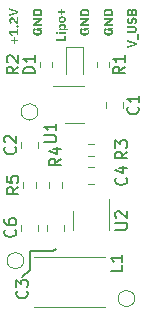
<source format=gbr>
%TF.GenerationSoftware,KiCad,Pcbnew,7.0.1*%
%TF.CreationDate,2024-02-21T11:36:48-08:00*%
%TF.ProjectId,G305_lipo_PMIC,47333035-5f6c-4697-906f-5f504d49432e,rev?*%
%TF.SameCoordinates,Original*%
%TF.FileFunction,Legend,Top*%
%TF.FilePolarity,Positive*%
%FSLAX46Y46*%
G04 Gerber Fmt 4.6, Leading zero omitted, Abs format (unit mm)*
G04 Created by KiCad (PCBNEW 7.0.1) date 2024-02-21 11:36:48*
%MOMM*%
%LPD*%
G01*
G04 APERTURE LIST*
%ADD10C,0.160000*%
%ADD11C,0.150000*%
%ADD12C,0.120000*%
G04 APERTURE END LIST*
D10*
X102400000Y-96000000D02*
X101800000Y-96600000D01*
X102400000Y-94400000D02*
X102400000Y-96000000D01*
X104400000Y-94400000D02*
X102400000Y-94400000D01*
X104600000Y-94200000D02*
X104400000Y-94400000D01*
G36*
X103464000Y-75613258D02*
G01*
X103464000Y-75469838D01*
X103026316Y-75469838D01*
X103026316Y-75777780D01*
X103168759Y-75777780D01*
X103168759Y-75632211D01*
X103208228Y-75632211D01*
X103222167Y-75633000D01*
X103235257Y-75635315D01*
X103247490Y-75639082D01*
X103258860Y-75644224D01*
X103269360Y-75650666D01*
X103278982Y-75658331D01*
X103287721Y-75667144D01*
X103295570Y-75677029D01*
X103302520Y-75687910D01*
X103308566Y-75699712D01*
X103313701Y-75712357D01*
X103317918Y-75725771D01*
X103321209Y-75739878D01*
X103323569Y-75754601D01*
X103324990Y-75769866D01*
X103325346Y-75777677D01*
X103325465Y-75785595D01*
X103325286Y-75795360D01*
X103324748Y-75804902D01*
X103323850Y-75814216D01*
X103322591Y-75823297D01*
X103320967Y-75832138D01*
X103318979Y-75840734D01*
X103316623Y-75849079D01*
X103313900Y-75857168D01*
X103310807Y-75864994D01*
X103307342Y-75872551D01*
X103303505Y-75879835D01*
X103299293Y-75886839D01*
X103294705Y-75893557D01*
X103289739Y-75899985D01*
X103284394Y-75906115D01*
X103278668Y-75911942D01*
X103272560Y-75917461D01*
X103266068Y-75922665D01*
X103259190Y-75927550D01*
X103251925Y-75932109D01*
X103244271Y-75936336D01*
X103236228Y-75940225D01*
X103227792Y-75943772D01*
X103218963Y-75946970D01*
X103209739Y-75949813D01*
X103200118Y-75952295D01*
X103190099Y-75954412D01*
X103179681Y-75956157D01*
X103168861Y-75957524D01*
X103157639Y-75958507D01*
X103146012Y-75959101D01*
X103133979Y-75959301D01*
X103008145Y-75959301D01*
X102996003Y-75959101D01*
X102984272Y-75958507D01*
X102972948Y-75957524D01*
X102962030Y-75956157D01*
X102951517Y-75954412D01*
X102941407Y-75952295D01*
X102931699Y-75949813D01*
X102922391Y-75946970D01*
X102913481Y-75943772D01*
X102904968Y-75940225D01*
X102896851Y-75936336D01*
X102889127Y-75932109D01*
X102881795Y-75927550D01*
X102874854Y-75922665D01*
X102868301Y-75917461D01*
X102862136Y-75911942D01*
X102856357Y-75906115D01*
X102850962Y-75899985D01*
X102845950Y-75893557D01*
X102841319Y-75886839D01*
X102837068Y-75879835D01*
X102833194Y-75872551D01*
X102829697Y-75864994D01*
X102826575Y-75857168D01*
X102823825Y-75849079D01*
X102821448Y-75840734D01*
X102819441Y-75832138D01*
X102817802Y-75823297D01*
X102816530Y-75814216D01*
X102815623Y-75804902D01*
X102815080Y-75795360D01*
X102814900Y-75785595D01*
X102815045Y-75777220D01*
X102815476Y-75769091D01*
X102816187Y-75761205D01*
X102818417Y-75746148D01*
X102821678Y-75732022D01*
X102825914Y-75718802D01*
X102831068Y-75706461D01*
X102837085Y-75694971D01*
X102843908Y-75684307D01*
X102851480Y-75674442D01*
X102859745Y-75665348D01*
X102868647Y-75657001D01*
X102878130Y-75649371D01*
X102888136Y-75642435D01*
X102898610Y-75636163D01*
X102909495Y-75630531D01*
X102920735Y-75625511D01*
X102926470Y-75623223D01*
X102845772Y-75484297D01*
X102834660Y-75489891D01*
X102823892Y-75495753D01*
X102813468Y-75501880D01*
X102803390Y-75508271D01*
X102793657Y-75514924D01*
X102784271Y-75521837D01*
X102775232Y-75529006D01*
X102766540Y-75536431D01*
X102758196Y-75544109D01*
X102750201Y-75552038D01*
X102742555Y-75560215D01*
X102735258Y-75568639D01*
X102728312Y-75577307D01*
X102721717Y-75586218D01*
X102715474Y-75595369D01*
X102709582Y-75604758D01*
X102704043Y-75614383D01*
X102698858Y-75624241D01*
X102694026Y-75634331D01*
X102689548Y-75644650D01*
X102685426Y-75655197D01*
X102681658Y-75665969D01*
X102678247Y-75676964D01*
X102675193Y-75688179D01*
X102672496Y-75699613D01*
X102670156Y-75711264D01*
X102668175Y-75723129D01*
X102666553Y-75735206D01*
X102665290Y-75747494D01*
X102664387Y-75759989D01*
X102663845Y-75772690D01*
X102663665Y-75785595D01*
X102664087Y-75805246D01*
X102665353Y-75824476D01*
X102667458Y-75843272D01*
X102670398Y-75861620D01*
X102674168Y-75879508D01*
X102678764Y-75896921D01*
X102684182Y-75913847D01*
X102690418Y-75930273D01*
X102697468Y-75946184D01*
X102705328Y-75961568D01*
X102713993Y-75976411D01*
X102723459Y-75990700D01*
X102733722Y-76004422D01*
X102744777Y-76017563D01*
X102756622Y-76030110D01*
X102769251Y-76042050D01*
X102782660Y-76053370D01*
X102796845Y-76064056D01*
X102811802Y-76074094D01*
X102827527Y-76083472D01*
X102844015Y-76092177D01*
X102861262Y-76100194D01*
X102879265Y-76107511D01*
X102898019Y-76114114D01*
X102917519Y-76119990D01*
X102937762Y-76125126D01*
X102958743Y-76129509D01*
X102980459Y-76133124D01*
X103002904Y-76135959D01*
X103026075Y-76138001D01*
X103049968Y-76139235D01*
X103074579Y-76139650D01*
X103098888Y-76139240D01*
X103122466Y-76138022D01*
X103145309Y-76136015D01*
X103167415Y-76133238D01*
X103188781Y-76129709D01*
X103209405Y-76125448D01*
X103229284Y-76120474D01*
X103248415Y-76114804D01*
X103266797Y-76108459D01*
X103284425Y-76101456D01*
X103301298Y-76093815D01*
X103317413Y-76085554D01*
X103332767Y-76076692D01*
X103347358Y-76067249D01*
X103361184Y-76057242D01*
X103374240Y-76046691D01*
X103386526Y-76035614D01*
X103398038Y-76024031D01*
X103408774Y-76011960D01*
X103418730Y-75999420D01*
X103427905Y-75986430D01*
X103436296Y-75973008D01*
X103443901Y-75959174D01*
X103450716Y-75944945D01*
X103456739Y-75930342D01*
X103461967Y-75915383D01*
X103466398Y-75900087D01*
X103470030Y-75884472D01*
X103472859Y-75868557D01*
X103474882Y-75852361D01*
X103476099Y-75835904D01*
X103476505Y-75819203D01*
X103476332Y-75808328D01*
X103475821Y-75797724D01*
X103474977Y-75787393D01*
X103473807Y-75777338D01*
X103472321Y-75767562D01*
X103470523Y-75758067D01*
X103468423Y-75748855D01*
X103466027Y-75739931D01*
X103463342Y-75731296D01*
X103460376Y-75722953D01*
X103457136Y-75714905D01*
X103453630Y-75707154D01*
X103449864Y-75699703D01*
X103445846Y-75692555D01*
X103441584Y-75685713D01*
X103437084Y-75679179D01*
X103432354Y-75672955D01*
X103422233Y-75661452D01*
X103411279Y-75651223D01*
X103399550Y-75642292D01*
X103387105Y-75634680D01*
X103374003Y-75628407D01*
X103360301Y-75623496D01*
X103346058Y-75619967D01*
X103338752Y-75618729D01*
X103338752Y-75613258D01*
X103464000Y-75613258D01*
G37*
G36*
X103464000Y-74851806D02*
G01*
X103464000Y-74665986D01*
X102676170Y-74665986D01*
X102676170Y-74826014D01*
X103206665Y-74826014D01*
X103206665Y-74829531D01*
X103048787Y-74904563D01*
X102676170Y-75118519D01*
X102676170Y-75304339D01*
X103464000Y-75304339D01*
X103464000Y-75144116D01*
X102933699Y-75144116D01*
X102933699Y-75140794D01*
X103091578Y-75065763D01*
X103464000Y-74851806D01*
G37*
G36*
X103094354Y-73855889D02*
G01*
X103117850Y-73857075D01*
X103140572Y-73859037D01*
X103162521Y-73861764D01*
X103183696Y-73865242D01*
X103204099Y-73869460D01*
X103223729Y-73874406D01*
X103242587Y-73880068D01*
X103260673Y-73886433D01*
X103277986Y-73893489D01*
X103294528Y-73901225D01*
X103310298Y-73909628D01*
X103325297Y-73918686D01*
X103339525Y-73928387D01*
X103352981Y-73938720D01*
X103365667Y-73949671D01*
X103377583Y-73961229D01*
X103388728Y-73973381D01*
X103399103Y-73986116D01*
X103408708Y-73999422D01*
X103417544Y-74013286D01*
X103425610Y-74027697D01*
X103432907Y-74042642D01*
X103439435Y-74058108D01*
X103445194Y-74074085D01*
X103450184Y-74090560D01*
X103454407Y-74107521D01*
X103457861Y-74124955D01*
X103460547Y-74142852D01*
X103462465Y-74161197D01*
X103463616Y-74179981D01*
X103464000Y-74199189D01*
X103464000Y-74493844D01*
X102676170Y-74493844D01*
X102676170Y-74323655D01*
X102827405Y-74323655D01*
X103312960Y-74323655D01*
X103312960Y-74199189D01*
X103312796Y-74189867D01*
X103312304Y-74180772D01*
X103311479Y-74171907D01*
X103310321Y-74163279D01*
X103308826Y-74154891D01*
X103306991Y-74146747D01*
X103304814Y-74138853D01*
X103302292Y-74131213D01*
X103296204Y-74116713D01*
X103288704Y-74103283D01*
X103279772Y-74090959D01*
X103269387Y-74079779D01*
X103257527Y-74069777D01*
X103251037Y-74065230D01*
X103244171Y-74060992D01*
X103236926Y-74057066D01*
X103229298Y-74053458D01*
X103221286Y-74050172D01*
X103212887Y-74047212D01*
X103204098Y-74044584D01*
X103194917Y-74042291D01*
X103185341Y-74040339D01*
X103175366Y-74038731D01*
X103164992Y-74037473D01*
X103154214Y-74036569D01*
X103143030Y-74036023D01*
X103131438Y-74035840D01*
X103008926Y-74035840D01*
X102997334Y-74036023D01*
X102986151Y-74036569D01*
X102975373Y-74037473D01*
X102964998Y-74038731D01*
X102955024Y-74040339D01*
X102945448Y-74042291D01*
X102936266Y-74044584D01*
X102927477Y-74047212D01*
X102919078Y-74050172D01*
X102911066Y-74053458D01*
X102903439Y-74057066D01*
X102896194Y-74060992D01*
X102889327Y-74065230D01*
X102876722Y-74074628D01*
X102865602Y-74085224D01*
X102855946Y-74096981D01*
X102847733Y-74109862D01*
X102840941Y-74123832D01*
X102838072Y-74131213D01*
X102835550Y-74138853D01*
X102833374Y-74146747D01*
X102831539Y-74154891D01*
X102830044Y-74163279D01*
X102828885Y-74171907D01*
X102828061Y-74180772D01*
X102827569Y-74189867D01*
X102827405Y-74199189D01*
X102827405Y-74323655D01*
X102676170Y-74323655D01*
X102676170Y-74199189D01*
X102676554Y-74179981D01*
X102677706Y-74161197D01*
X102679627Y-74142852D01*
X102682317Y-74124955D01*
X102685775Y-74107521D01*
X102690002Y-74090560D01*
X102694997Y-74074085D01*
X102700762Y-74058108D01*
X102707296Y-74042642D01*
X102714599Y-74027697D01*
X102722671Y-74013286D01*
X102731513Y-73999422D01*
X102741124Y-73986116D01*
X102751504Y-73973381D01*
X102762655Y-73961229D01*
X102774575Y-73949671D01*
X102787265Y-73938720D01*
X102800726Y-73928387D01*
X102814956Y-73918686D01*
X102829957Y-73909628D01*
X102845728Y-73901225D01*
X102862270Y-73893489D01*
X102879582Y-73886433D01*
X102897664Y-73880068D01*
X102916518Y-73874406D01*
X102936143Y-73869460D01*
X102956538Y-73865242D01*
X102977705Y-73861764D01*
X102999643Y-73859037D01*
X103022352Y-73857075D01*
X103045832Y-73855889D01*
X103070085Y-73855491D01*
X103094354Y-73855889D01*
G37*
G36*
X105464000Y-76142190D02*
G01*
X105312960Y-76142190D01*
X105312960Y-76440166D01*
X104676170Y-76440166D01*
X104676170Y-76610355D01*
X105464000Y-76610355D01*
X105464000Y-76142190D01*
G37*
G36*
X104814509Y-75943279D02*
G01*
X104814107Y-75931120D01*
X104812922Y-75919841D01*
X104810989Y-75909429D01*
X104808339Y-75899870D01*
X104805005Y-75891152D01*
X104801021Y-75883261D01*
X104796419Y-75876184D01*
X104791233Y-75869908D01*
X104785494Y-75864420D01*
X104779237Y-75859706D01*
X104772493Y-75855753D01*
X104765297Y-75852548D01*
X104757680Y-75850079D01*
X104749677Y-75848331D01*
X104741318Y-75847293D01*
X104732639Y-75846949D01*
X104708019Y-75846949D01*
X104699339Y-75847293D01*
X104690981Y-75848331D01*
X104682977Y-75850079D01*
X104675361Y-75852548D01*
X104668164Y-75855753D01*
X104661421Y-75859706D01*
X104655164Y-75864420D01*
X104649425Y-75869908D01*
X104644239Y-75876184D01*
X104639637Y-75883261D01*
X104635653Y-75891152D01*
X104632319Y-75899870D01*
X104629669Y-75909429D01*
X104627735Y-75919841D01*
X104626551Y-75931120D01*
X104626149Y-75943279D01*
X104626551Y-75955437D01*
X104627735Y-75966716D01*
X104629669Y-75977128D01*
X104632319Y-75986687D01*
X104635653Y-75995405D01*
X104639637Y-76003296D01*
X104644239Y-76010373D01*
X104649425Y-76016649D01*
X104655164Y-76022138D01*
X104661421Y-76026852D01*
X104668164Y-76030804D01*
X104675361Y-76034009D01*
X104682977Y-76036478D01*
X104690981Y-76038226D01*
X104699339Y-76039265D01*
X104708019Y-76039608D01*
X104732639Y-76039608D01*
X104741318Y-76039265D01*
X104749677Y-76038226D01*
X104757680Y-76036478D01*
X104765297Y-76034009D01*
X104772493Y-76030804D01*
X104779237Y-76026852D01*
X104785494Y-76022138D01*
X104791233Y-76016649D01*
X104796419Y-76010373D01*
X104801021Y-76003296D01*
X104805005Y-75995405D01*
X104808339Y-75986687D01*
X104810989Y-75977128D01*
X104812922Y-75966716D01*
X104814107Y-75955437D01*
X104814509Y-75943279D01*
G37*
G36*
X105464000Y-76026126D02*
G01*
X105464000Y-75860431D01*
X104876254Y-75860431D01*
X104876254Y-76026126D01*
X105464000Y-76026126D01*
G37*
G36*
X105188048Y-75151181D02*
G01*
X105205832Y-75151858D01*
X105223084Y-75152985D01*
X105239802Y-75154562D01*
X105255982Y-75156588D01*
X105271619Y-75159060D01*
X105286711Y-75161979D01*
X105301254Y-75165344D01*
X105315245Y-75169153D01*
X105328680Y-75173405D01*
X105341556Y-75178100D01*
X105353868Y-75183237D01*
X105365614Y-75188815D01*
X105376790Y-75194832D01*
X105387393Y-75201287D01*
X105397419Y-75208181D01*
X105406864Y-75215511D01*
X105415726Y-75223277D01*
X105423999Y-75231478D01*
X105431682Y-75240113D01*
X105438771Y-75249181D01*
X105445261Y-75258680D01*
X105451150Y-75268611D01*
X105456434Y-75278972D01*
X105461110Y-75289761D01*
X105465173Y-75300979D01*
X105468621Y-75312624D01*
X105471450Y-75324695D01*
X105473656Y-75337191D01*
X105475236Y-75350112D01*
X105476187Y-75363455D01*
X105476505Y-75377221D01*
X105475949Y-75391336D01*
X105474315Y-75405139D01*
X105471648Y-75418576D01*
X105467996Y-75431593D01*
X105463406Y-75444135D01*
X105457927Y-75456147D01*
X105451604Y-75467574D01*
X105444484Y-75478362D01*
X105436617Y-75488457D01*
X105428047Y-75497803D01*
X105418824Y-75506346D01*
X105408993Y-75514031D01*
X105398602Y-75520804D01*
X105387699Y-75526609D01*
X105376331Y-75531393D01*
X105364544Y-75535100D01*
X105364544Y-75540766D01*
X105689094Y-75540766D01*
X105689094Y-75706461D01*
X104876254Y-75706461D01*
X104876254Y-75540766D01*
X104975905Y-75540766D01*
X104975905Y-75535100D01*
X104963922Y-75531393D01*
X104952404Y-75526609D01*
X104941393Y-75520804D01*
X104930930Y-75514031D01*
X104921060Y-75506346D01*
X104911824Y-75497803D01*
X104903265Y-75488457D01*
X104895427Y-75478362D01*
X104888350Y-75467574D01*
X104882079Y-75456147D01*
X104876656Y-75444135D01*
X104872316Y-75432127D01*
X104998180Y-75432127D01*
X104998557Y-75443683D01*
X104999676Y-75454803D01*
X105001518Y-75465444D01*
X105004066Y-75475563D01*
X105007300Y-75485117D01*
X105011204Y-75494064D01*
X105015757Y-75502362D01*
X105020943Y-75509967D01*
X105026742Y-75516838D01*
X105033137Y-75522930D01*
X105040108Y-75528202D01*
X105047639Y-75532612D01*
X105055709Y-75536115D01*
X105064302Y-75538671D01*
X105073399Y-75540235D01*
X105082981Y-75540766D01*
X105256100Y-75540766D01*
X105265923Y-75540235D01*
X105275230Y-75538671D01*
X105284005Y-75536115D01*
X105292233Y-75532612D01*
X105299896Y-75528202D01*
X105306978Y-75522930D01*
X105313463Y-75516838D01*
X105319334Y-75509967D01*
X105324576Y-75502362D01*
X105329172Y-75494064D01*
X105333106Y-75485117D01*
X105336361Y-75475563D01*
X105338921Y-75465444D01*
X105340770Y-75454803D01*
X105341891Y-75443683D01*
X105342269Y-75432127D01*
X105341713Y-75420569D01*
X105340068Y-75409443D01*
X105337367Y-75398792D01*
X105333641Y-75388661D01*
X105328924Y-75379092D01*
X105323248Y-75370128D01*
X105316645Y-75361813D01*
X105309150Y-75354189D01*
X105300793Y-75347301D01*
X105291608Y-75341191D01*
X105281627Y-75335902D01*
X105270883Y-75331478D01*
X105259408Y-75327962D01*
X105247236Y-75325396D01*
X105234399Y-75323826D01*
X105220929Y-75323293D01*
X105119519Y-75323293D01*
X105106049Y-75323826D01*
X105093212Y-75325396D01*
X105081040Y-75327962D01*
X105069566Y-75331478D01*
X105058822Y-75335902D01*
X105048841Y-75341191D01*
X105039656Y-75347301D01*
X105031299Y-75354189D01*
X105023803Y-75361813D01*
X105017201Y-75370128D01*
X105011525Y-75379092D01*
X105006807Y-75388661D01*
X105003082Y-75398792D01*
X105000380Y-75409443D01*
X104998735Y-75420569D01*
X104998180Y-75432127D01*
X104872316Y-75432127D01*
X104872123Y-75431593D01*
X104868523Y-75418576D01*
X104865899Y-75405139D01*
X104864293Y-75391336D01*
X104863748Y-75377221D01*
X104864063Y-75363455D01*
X104865006Y-75350112D01*
X104866573Y-75337191D01*
X104868762Y-75324695D01*
X104871569Y-75312624D01*
X104874991Y-75300979D01*
X104879026Y-75289761D01*
X104883669Y-75278972D01*
X104888919Y-75268611D01*
X104894771Y-75258680D01*
X104901223Y-75249181D01*
X104908272Y-75240113D01*
X104915914Y-75231478D01*
X104924146Y-75223277D01*
X104932966Y-75215511D01*
X104942370Y-75208181D01*
X104952355Y-75201287D01*
X104962918Y-75194832D01*
X104974055Y-75188815D01*
X104985765Y-75183237D01*
X104998043Y-75178100D01*
X105010886Y-75173405D01*
X105024292Y-75169153D01*
X105038257Y-75165344D01*
X105052778Y-75161979D01*
X105067852Y-75159060D01*
X105083476Y-75156588D01*
X105099647Y-75154562D01*
X105116361Y-75152985D01*
X105133616Y-75151858D01*
X105151409Y-75151181D01*
X105169736Y-75150955D01*
X105188048Y-75151181D01*
G37*
G36*
X105187171Y-74511925D02*
G01*
X105204189Y-74512823D01*
X105220783Y-74514312D01*
X105236941Y-74516386D01*
X105252656Y-74519039D01*
X105267919Y-74522265D01*
X105282720Y-74526057D01*
X105297050Y-74530410D01*
X105310902Y-74535317D01*
X105324264Y-74540773D01*
X105337130Y-74546771D01*
X105349489Y-74553304D01*
X105361333Y-74560368D01*
X105372652Y-74567956D01*
X105383438Y-74576061D01*
X105393682Y-74584678D01*
X105403375Y-74593800D01*
X105412507Y-74603422D01*
X105421070Y-74613537D01*
X105429055Y-74624139D01*
X105436453Y-74635222D01*
X105443254Y-74646779D01*
X105449450Y-74658806D01*
X105455033Y-74671295D01*
X105459992Y-74684241D01*
X105464319Y-74697637D01*
X105468005Y-74711478D01*
X105471041Y-74725757D01*
X105473418Y-74740467D01*
X105475127Y-74755604D01*
X105476159Y-74771160D01*
X105476505Y-74787131D01*
X105476159Y-74803101D01*
X105475127Y-74818657D01*
X105473418Y-74833794D01*
X105471041Y-74848505D01*
X105468005Y-74862783D01*
X105464319Y-74876624D01*
X105459992Y-74890020D01*
X105455033Y-74902966D01*
X105449450Y-74915455D01*
X105443254Y-74927482D01*
X105436453Y-74939040D01*
X105429055Y-74950123D01*
X105421070Y-74960725D01*
X105412507Y-74970840D01*
X105403375Y-74980461D01*
X105393682Y-74989584D01*
X105383438Y-74998200D01*
X105372652Y-75006306D01*
X105361333Y-75013893D01*
X105349489Y-75020957D01*
X105337130Y-75027491D01*
X105324264Y-75033488D01*
X105310902Y-75038944D01*
X105297050Y-75043851D01*
X105282720Y-75048204D01*
X105267919Y-75051996D01*
X105252656Y-75055222D01*
X105236941Y-75057875D01*
X105220783Y-75059949D01*
X105204189Y-75061438D01*
X105187171Y-75062336D01*
X105169736Y-75062637D01*
X105152286Y-75062336D01*
X105135259Y-75061438D01*
X105118663Y-75059949D01*
X105102508Y-75057875D01*
X105086801Y-75055222D01*
X105071552Y-75051996D01*
X105056769Y-75048204D01*
X105042461Y-75043851D01*
X105028635Y-75038944D01*
X105015302Y-75033488D01*
X105002468Y-75027491D01*
X104990144Y-75020957D01*
X104978337Y-75013893D01*
X104967056Y-75006306D01*
X104956310Y-74998200D01*
X104946107Y-74989584D01*
X104936456Y-74980461D01*
X104927365Y-74970840D01*
X104918843Y-74960725D01*
X104910899Y-74950123D01*
X104903541Y-74939040D01*
X104896778Y-74927482D01*
X104890619Y-74915455D01*
X104885071Y-74902966D01*
X104880143Y-74890020D01*
X104875845Y-74876624D01*
X104872185Y-74862783D01*
X104869170Y-74848505D01*
X104866811Y-74833794D01*
X104865115Y-74818657D01*
X104864091Y-74803101D01*
X104863748Y-74787131D01*
X104994858Y-74787131D01*
X104995352Y-74798977D01*
X104996823Y-74810180D01*
X104999255Y-74820723D01*
X105002631Y-74830588D01*
X105006934Y-74839759D01*
X105012148Y-74848220D01*
X105018256Y-74855953D01*
X105025242Y-74862944D01*
X105033088Y-74869174D01*
X105041779Y-74874627D01*
X105051298Y-74879287D01*
X105061628Y-74883136D01*
X105072752Y-74886160D01*
X105084654Y-74888340D01*
X105097318Y-74889660D01*
X105110727Y-74890103D01*
X105229722Y-74890103D01*
X105243130Y-74889660D01*
X105255794Y-74888340D01*
X105267696Y-74886160D01*
X105278821Y-74883136D01*
X105289151Y-74879287D01*
X105298669Y-74874627D01*
X105307360Y-74869174D01*
X105315207Y-74862944D01*
X105322192Y-74855953D01*
X105328300Y-74848220D01*
X105333514Y-74839759D01*
X105337818Y-74830588D01*
X105341193Y-74820723D01*
X105343625Y-74810180D01*
X105345096Y-74798977D01*
X105345591Y-74787131D01*
X105345096Y-74775252D01*
X105343625Y-74764025D01*
X105341193Y-74753466D01*
X105337818Y-74743591D01*
X105333514Y-74734416D01*
X105328300Y-74725956D01*
X105322192Y-74718227D01*
X105315207Y-74711244D01*
X105307360Y-74705025D01*
X105298669Y-74699583D01*
X105289151Y-74694935D01*
X105278821Y-74691097D01*
X105267696Y-74688085D01*
X105255794Y-74685914D01*
X105243130Y-74684599D01*
X105229722Y-74684158D01*
X105110727Y-74684158D01*
X105097318Y-74684599D01*
X105084654Y-74685914D01*
X105072752Y-74688085D01*
X105061628Y-74691097D01*
X105051298Y-74694935D01*
X105041779Y-74699583D01*
X105033088Y-74705025D01*
X105025242Y-74711244D01*
X105018256Y-74718227D01*
X105012148Y-74725956D01*
X105006934Y-74734416D01*
X105002631Y-74743591D01*
X104999255Y-74753466D01*
X104996823Y-74764025D01*
X104995352Y-74775252D01*
X104994858Y-74787131D01*
X104863748Y-74787131D01*
X104864091Y-74771160D01*
X104865115Y-74755604D01*
X104866811Y-74740467D01*
X104869170Y-74725757D01*
X104872185Y-74711478D01*
X104875845Y-74697637D01*
X104880143Y-74684241D01*
X104885071Y-74671295D01*
X104890619Y-74658806D01*
X104896778Y-74646779D01*
X104903541Y-74635222D01*
X104910899Y-74624139D01*
X104918843Y-74613537D01*
X104927365Y-74603422D01*
X104936456Y-74593800D01*
X104946107Y-74584678D01*
X104956310Y-74576061D01*
X104967056Y-74567956D01*
X104978337Y-74560368D01*
X104990144Y-74553304D01*
X105002468Y-74546771D01*
X105015302Y-74540773D01*
X105028635Y-74535317D01*
X105042461Y-74530410D01*
X105056769Y-74526057D01*
X105071552Y-74522265D01*
X105086801Y-74519039D01*
X105102508Y-74516386D01*
X105118663Y-74514312D01*
X105135259Y-74512823D01*
X105152286Y-74511925D01*
X105169736Y-74511625D01*
X105187171Y-74511925D01*
G37*
G36*
X105395025Y-74063781D02*
G01*
X105188884Y-74063781D01*
X105188884Y-73874444D01*
X105056798Y-73874444D01*
X105056798Y-74063781D01*
X104850657Y-74063781D01*
X104850657Y-74207200D01*
X105056798Y-74207200D01*
X105056798Y-74396342D01*
X105188884Y-74396342D01*
X105188884Y-74207200D01*
X105395025Y-74207200D01*
X105395025Y-74063781D01*
G37*
G36*
X111464000Y-76745763D02*
G01*
X110676170Y-76491555D01*
X110676170Y-76658422D01*
X111054453Y-76774877D01*
X111301627Y-76834277D01*
X111301627Y-76837599D01*
X111054453Y-76899148D01*
X110676170Y-77015603D01*
X110676170Y-77188136D01*
X111464000Y-76936077D01*
X111464000Y-76745763D01*
G37*
G36*
X111676979Y-75976887D02*
G01*
X111539031Y-75976887D01*
X111539031Y-76532588D01*
X111676979Y-76532588D01*
X111676979Y-75976887D01*
G37*
G36*
X110676170Y-75940348D02*
G01*
X111141404Y-75940348D01*
X111162788Y-75940104D01*
X111183420Y-75939363D01*
X111203306Y-75938116D01*
X111222449Y-75936351D01*
X111240854Y-75934057D01*
X111258526Y-75931225D01*
X111275471Y-75927843D01*
X111291692Y-75923901D01*
X111307195Y-75919388D01*
X111321984Y-75914294D01*
X111336065Y-75908606D01*
X111349441Y-75902316D01*
X111362118Y-75895412D01*
X111374101Y-75887883D01*
X111385394Y-75879720D01*
X111396002Y-75870910D01*
X111405930Y-75861444D01*
X111415183Y-75851310D01*
X111423766Y-75840498D01*
X111431682Y-75828998D01*
X111438938Y-75816799D01*
X111445538Y-75803889D01*
X111451486Y-75790258D01*
X111456788Y-75775896D01*
X111461448Y-75760792D01*
X111465472Y-75744935D01*
X111468863Y-75728315D01*
X111471627Y-75710920D01*
X111473768Y-75692740D01*
X111475292Y-75673764D01*
X111476202Y-75653983D01*
X111476505Y-75633384D01*
X111476202Y-75612803D01*
X111475292Y-75593037D01*
X111473768Y-75574077D01*
X111471627Y-75555912D01*
X111468863Y-75538531D01*
X111465472Y-75521923D01*
X111461448Y-75506077D01*
X111456788Y-75490984D01*
X111451486Y-75476632D01*
X111445538Y-75463010D01*
X111438938Y-75450109D01*
X111431682Y-75437917D01*
X111423766Y-75426423D01*
X111415183Y-75415618D01*
X111405930Y-75405490D01*
X111396002Y-75396028D01*
X111385394Y-75387223D01*
X111374101Y-75379063D01*
X111362118Y-75371538D01*
X111349441Y-75364636D01*
X111336065Y-75358348D01*
X111321984Y-75352663D01*
X111307195Y-75347570D01*
X111291692Y-75343058D01*
X111275471Y-75339117D01*
X111258526Y-75335736D01*
X111240854Y-75332905D01*
X111222449Y-75330612D01*
X111203306Y-75328847D01*
X111183420Y-75327600D01*
X111162788Y-75326859D01*
X111141404Y-75326615D01*
X110676170Y-75326615D01*
X110676170Y-75492309D01*
X111159380Y-75492309D01*
X111169604Y-75492428D01*
X111179502Y-75492786D01*
X111189076Y-75493387D01*
X111198325Y-75494235D01*
X111207248Y-75495335D01*
X111215847Y-75496688D01*
X111224121Y-75498300D01*
X111232070Y-75500174D01*
X111239694Y-75502313D01*
X111253967Y-75507403D01*
X111266941Y-75513601D01*
X111278617Y-75520935D01*
X111288994Y-75529436D01*
X111298074Y-75539133D01*
X111305855Y-75550056D01*
X111312338Y-75562236D01*
X111317525Y-75575701D01*
X111321414Y-75590482D01*
X111322873Y-75598375D01*
X111324007Y-75606607D01*
X111324817Y-75615184D01*
X111325303Y-75624108D01*
X111325465Y-75633384D01*
X111325303Y-75642660D01*
X111324817Y-75651585D01*
X111324007Y-75660165D01*
X111322873Y-75668401D01*
X111321414Y-75676299D01*
X111317525Y-75691090D01*
X111312338Y-75704569D01*
X111305855Y-75716764D01*
X111298074Y-75727705D01*
X111288994Y-75737420D01*
X111278617Y-75745939D01*
X111266941Y-75753292D01*
X111253967Y-75759506D01*
X111239694Y-75764612D01*
X111232070Y-75766759D01*
X111224121Y-75768639D01*
X111215847Y-75770257D01*
X111207248Y-75771615D01*
X111198325Y-75772719D01*
X111189076Y-75773571D01*
X111179502Y-75774175D01*
X111169604Y-75774535D01*
X111159380Y-75774654D01*
X110676170Y-75774654D01*
X110676170Y-75940348D01*
G37*
G36*
X111476505Y-74905931D02*
G01*
X111476201Y-74887900D01*
X111475298Y-74870372D01*
X111473806Y-74853353D01*
X111471735Y-74836846D01*
X111469096Y-74820856D01*
X111465899Y-74805389D01*
X111462156Y-74790447D01*
X111457875Y-74776036D01*
X111453069Y-74762161D01*
X111447747Y-74748825D01*
X111441919Y-74736033D01*
X111435598Y-74723791D01*
X111428792Y-74712101D01*
X111421513Y-74700969D01*
X111413771Y-74690400D01*
X111405577Y-74680397D01*
X111396940Y-74670966D01*
X111387872Y-74662110D01*
X111378384Y-74653835D01*
X111368485Y-74646144D01*
X111358186Y-74639043D01*
X111347497Y-74632536D01*
X111336430Y-74626627D01*
X111324995Y-74621321D01*
X111313202Y-74616622D01*
X111301061Y-74612535D01*
X111288584Y-74609065D01*
X111275781Y-74606215D01*
X111262662Y-74603991D01*
X111249237Y-74602397D01*
X111235518Y-74601437D01*
X111221515Y-74601116D01*
X111208987Y-74601343D01*
X111196827Y-74602024D01*
X111185032Y-74603160D01*
X111173599Y-74604753D01*
X111162524Y-74606804D01*
X111151804Y-74609313D01*
X111141438Y-74612281D01*
X111131420Y-74615709D01*
X111121749Y-74619599D01*
X111112421Y-74623951D01*
X111103434Y-74628767D01*
X111094783Y-74634047D01*
X111086466Y-74639793D01*
X111078481Y-74646005D01*
X111070823Y-74652684D01*
X111063490Y-74659832D01*
X111056479Y-74667449D01*
X111049786Y-74675536D01*
X111043409Y-74684095D01*
X111037345Y-74693127D01*
X111031589Y-74702631D01*
X111026141Y-74712610D01*
X111020995Y-74723065D01*
X111016150Y-74733996D01*
X111011601Y-74745404D01*
X111007347Y-74757291D01*
X111003384Y-74769658D01*
X110999708Y-74782504D01*
X110996318Y-74795832D01*
X110993209Y-74809643D01*
X110990378Y-74823937D01*
X110987824Y-74838715D01*
X110975318Y-74915896D01*
X110973288Y-74927663D01*
X110970986Y-74938573D01*
X110968376Y-74948641D01*
X110965424Y-74957878D01*
X110962095Y-74966299D01*
X110958355Y-74973918D01*
X110954169Y-74980747D01*
X110946978Y-74989539D01*
X110938588Y-74996632D01*
X110928884Y-75002069D01*
X110917748Y-75005896D01*
X110909471Y-75007576D01*
X110900471Y-75008574D01*
X110890713Y-75008904D01*
X110882026Y-75008470D01*
X110873781Y-75007168D01*
X110865995Y-75004993D01*
X110858683Y-75001943D01*
X110851863Y-74998013D01*
X110845550Y-74993200D01*
X110839761Y-74987502D01*
X110834512Y-74980913D01*
X110829820Y-74973432D01*
X110825700Y-74965054D01*
X110822170Y-74955777D01*
X110819244Y-74945596D01*
X110816941Y-74934508D01*
X110815275Y-74922510D01*
X110814263Y-74909599D01*
X110813923Y-74895770D01*
X110814276Y-74880990D01*
X110815318Y-74866895D01*
X110817026Y-74853461D01*
X110819372Y-74840663D01*
X110822334Y-74828476D01*
X110825886Y-74816876D01*
X110830002Y-74805838D01*
X110834659Y-74795338D01*
X110839831Y-74785350D01*
X110845493Y-74775851D01*
X110851621Y-74766815D01*
X110858189Y-74758219D01*
X110865172Y-74750037D01*
X110872547Y-74742245D01*
X110880287Y-74734818D01*
X110888368Y-74727731D01*
X110773476Y-74614598D01*
X110766955Y-74620663D01*
X110760619Y-74626879D01*
X110754468Y-74633245D01*
X110748506Y-74639763D01*
X110742732Y-74646433D01*
X110737149Y-74653255D01*
X110731758Y-74660229D01*
X110726560Y-74667357D01*
X110721557Y-74674639D01*
X110716751Y-74682075D01*
X110712142Y-74689666D01*
X110707733Y-74697411D01*
X110703525Y-74705312D01*
X110699519Y-74713369D01*
X110695716Y-74721583D01*
X110692119Y-74729954D01*
X110688728Y-74738482D01*
X110685546Y-74747168D01*
X110682573Y-74756012D01*
X110679811Y-74765015D01*
X110677262Y-74774178D01*
X110674926Y-74783500D01*
X110672806Y-74792982D01*
X110670903Y-74802625D01*
X110669219Y-74812429D01*
X110667754Y-74822395D01*
X110666511Y-74832523D01*
X110665490Y-74842813D01*
X110664693Y-74853267D01*
X110664123Y-74863884D01*
X110663779Y-74874665D01*
X110663665Y-74885610D01*
X110663949Y-74902629D01*
X110664794Y-74919206D01*
X110666191Y-74935335D01*
X110668129Y-74951010D01*
X110670599Y-74966224D01*
X110673590Y-74980970D01*
X110677093Y-74995243D01*
X110681097Y-75009035D01*
X110685594Y-75022340D01*
X110690572Y-75035152D01*
X110696022Y-75047464D01*
X110701934Y-75059270D01*
X110708297Y-75070563D01*
X110715103Y-75081337D01*
X110722341Y-75091585D01*
X110730001Y-75101301D01*
X110738073Y-75110478D01*
X110746547Y-75119110D01*
X110755414Y-75127190D01*
X110764663Y-75134713D01*
X110774284Y-75141670D01*
X110784268Y-75148057D01*
X110794604Y-75153866D01*
X110805283Y-75159092D01*
X110816294Y-75163726D01*
X110827628Y-75167764D01*
X110839275Y-75171198D01*
X110851224Y-75174023D01*
X110863466Y-75176231D01*
X110875991Y-75177816D01*
X110888789Y-75178772D01*
X110901850Y-75179092D01*
X110914102Y-75178872D01*
X110926053Y-75178209D01*
X110937702Y-75177102D01*
X110949048Y-75175547D01*
X110960088Y-75173541D01*
X110970821Y-75171083D01*
X110981245Y-75168170D01*
X110991359Y-75164798D01*
X111001161Y-75160965D01*
X111010649Y-75156669D01*
X111019822Y-75151907D01*
X111028679Y-75146676D01*
X111037216Y-75140973D01*
X111045434Y-75134797D01*
X111053329Y-75128144D01*
X111060901Y-75121011D01*
X111068148Y-75113397D01*
X111075068Y-75105297D01*
X111081660Y-75096711D01*
X111087921Y-75087634D01*
X111093851Y-75078066D01*
X111099447Y-75068001D01*
X111104709Y-75057439D01*
X111109634Y-75046377D01*
X111114220Y-75034811D01*
X111118467Y-75022739D01*
X111122371Y-75010159D01*
X111125933Y-74997068D01*
X111129150Y-74983463D01*
X111132020Y-74969341D01*
X111134542Y-74954701D01*
X111136714Y-74939539D01*
X111146875Y-74862162D01*
X111149029Y-74849134D01*
X111151672Y-74837342D01*
X111154790Y-74826732D01*
X111158366Y-74817249D01*
X111162387Y-74808840D01*
X111166837Y-74801448D01*
X111171701Y-74795020D01*
X111179742Y-74787064D01*
X111188632Y-74780969D01*
X111198321Y-74776549D01*
X111208758Y-74773621D01*
X111219893Y-74771999D01*
X111231676Y-74771500D01*
X111242239Y-74771972D01*
X111252297Y-74773391D01*
X111261826Y-74775760D01*
X111270800Y-74779083D01*
X111279197Y-74783363D01*
X111286991Y-74788604D01*
X111294158Y-74794809D01*
X111300674Y-74801981D01*
X111306515Y-74810124D01*
X111311656Y-74819241D01*
X111316072Y-74829336D01*
X111319741Y-74840413D01*
X111322636Y-74852473D01*
X111324734Y-74865522D01*
X111326011Y-74879563D01*
X111326442Y-74894598D01*
X111326085Y-74908779D01*
X111325015Y-74922742D01*
X111323235Y-74936477D01*
X111320745Y-74949977D01*
X111317548Y-74963233D01*
X111313644Y-74976236D01*
X111309037Y-74988980D01*
X111303727Y-75001454D01*
X111297717Y-75013652D01*
X111291008Y-75025564D01*
X111283601Y-75037182D01*
X111275499Y-75048498D01*
X111266703Y-75059505D01*
X111257215Y-75070192D01*
X111247037Y-75080553D01*
X111236170Y-75090578D01*
X111350085Y-75202735D01*
X111356946Y-75196357D01*
X111363676Y-75189825D01*
X111370270Y-75183136D01*
X111376722Y-75176285D01*
X111383027Y-75169270D01*
X111389178Y-75162088D01*
X111395170Y-75154736D01*
X111400997Y-75147209D01*
X111406654Y-75139505D01*
X111412134Y-75131621D01*
X111417432Y-75123553D01*
X111422542Y-75115298D01*
X111427459Y-75106853D01*
X111432177Y-75098215D01*
X111436690Y-75089380D01*
X111440992Y-75080345D01*
X111445078Y-75071106D01*
X111448941Y-75061661D01*
X111452577Y-75052007D01*
X111455979Y-75042139D01*
X111459142Y-75032056D01*
X111462060Y-75021752D01*
X111464727Y-75011226D01*
X111467138Y-75000474D01*
X111469287Y-74989493D01*
X111471167Y-74978279D01*
X111472774Y-74966829D01*
X111474102Y-74955141D01*
X111475145Y-74943210D01*
X111475896Y-74931033D01*
X111476352Y-74918608D01*
X111476505Y-74905931D01*
G37*
G36*
X111251654Y-73844410D02*
G01*
X111263072Y-73845156D01*
X111274318Y-73846388D01*
X111285379Y-73848094D01*
X111296240Y-73850265D01*
X111306889Y-73852888D01*
X111317311Y-73855955D01*
X111327492Y-73859454D01*
X111337419Y-73863375D01*
X111347079Y-73867707D01*
X111356457Y-73872440D01*
X111365539Y-73877564D01*
X111374312Y-73883067D01*
X111382763Y-73888940D01*
X111390877Y-73895171D01*
X111398640Y-73901751D01*
X111406040Y-73908668D01*
X111413061Y-73915913D01*
X111419691Y-73923474D01*
X111425916Y-73931342D01*
X111431722Y-73939505D01*
X111437095Y-73947953D01*
X111442021Y-73956676D01*
X111446487Y-73965663D01*
X111450480Y-73974904D01*
X111453984Y-73984387D01*
X111456987Y-73994104D01*
X111459475Y-74004042D01*
X111461434Y-74014192D01*
X111462850Y-74024543D01*
X111463710Y-74035084D01*
X111464000Y-74045805D01*
X111464000Y-74460236D01*
X110676170Y-74460236D01*
X110676170Y-74290048D01*
X110819589Y-74290048D01*
X111000133Y-74290048D01*
X111138863Y-74290048D01*
X111320775Y-74290048D01*
X111320775Y-74094068D01*
X111320470Y-74085843D01*
X111319562Y-74078033D01*
X111317088Y-74067130D01*
X111313313Y-74057250D01*
X111308270Y-74048446D01*
X111301993Y-74040774D01*
X111294516Y-74034286D01*
X111285871Y-74029038D01*
X111276094Y-74025082D01*
X111265218Y-74022474D01*
X111257374Y-74021510D01*
X111249066Y-74021186D01*
X111210573Y-74021186D01*
X111202265Y-74021510D01*
X111194421Y-74022474D01*
X111183545Y-74025082D01*
X111173768Y-74029038D01*
X111165123Y-74034286D01*
X111157646Y-74040774D01*
X111151368Y-74048446D01*
X111146325Y-74057250D01*
X111142551Y-74067130D01*
X111140077Y-74078033D01*
X111139169Y-74085843D01*
X111138863Y-74094068D01*
X111138863Y-74290048D01*
X111000133Y-74290048D01*
X111000133Y-74120837D01*
X111000053Y-74116694D01*
X110998861Y-74104909D01*
X110996279Y-74094121D01*
X110992354Y-74084377D01*
X110987135Y-74075723D01*
X110980667Y-74068202D01*
X110973000Y-74061862D01*
X110964179Y-74056746D01*
X110954252Y-74052902D01*
X110943267Y-74050373D01*
X110935379Y-74049441D01*
X110927056Y-74049127D01*
X110892667Y-74049127D01*
X110888434Y-74049206D01*
X110880299Y-74049830D01*
X110868944Y-74051910D01*
X110858647Y-74055321D01*
X110849452Y-74060018D01*
X110841403Y-74065955D01*
X110834544Y-74073088D01*
X110828921Y-74081369D01*
X110824578Y-74090755D01*
X110821558Y-74101200D01*
X110819908Y-74112657D01*
X110819589Y-74120837D01*
X110819589Y-74290048D01*
X110676170Y-74290048D01*
X110676170Y-74080585D01*
X110676402Y-74068665D01*
X110677095Y-74057051D01*
X110678241Y-74045747D01*
X110679833Y-74034758D01*
X110681866Y-74024090D01*
X110684331Y-74013746D01*
X110687221Y-74003733D01*
X110690531Y-73994053D01*
X110694253Y-73984713D01*
X110698381Y-73975717D01*
X110702906Y-73967069D01*
X110707824Y-73958775D01*
X110713126Y-73950839D01*
X110718805Y-73943266D01*
X110724856Y-73936061D01*
X110731271Y-73929228D01*
X110738043Y-73922773D01*
X110745165Y-73916699D01*
X110752631Y-73911012D01*
X110760434Y-73905717D01*
X110768566Y-73900818D01*
X110777021Y-73896320D01*
X110785792Y-73892228D01*
X110794872Y-73888546D01*
X110804254Y-73885280D01*
X110813932Y-73882434D01*
X110823898Y-73880012D01*
X110834146Y-73878021D01*
X110844669Y-73876463D01*
X110855459Y-73875345D01*
X110866511Y-73874670D01*
X110877817Y-73874444D01*
X110889058Y-73874636D01*
X110899851Y-73875206D01*
X110910203Y-73876142D01*
X110920120Y-73877438D01*
X110929609Y-73879081D01*
X110938677Y-73881063D01*
X110947330Y-73883375D01*
X110955574Y-73886006D01*
X110963418Y-73888947D01*
X110970866Y-73892189D01*
X110984604Y-73899535D01*
X110996842Y-73907966D01*
X111007632Y-73917407D01*
X111017028Y-73927779D01*
X111025082Y-73939007D01*
X111031847Y-73951012D01*
X111037377Y-73963718D01*
X111041725Y-73977048D01*
X111044943Y-73990926D01*
X111047083Y-74005273D01*
X111048200Y-74020013D01*
X111055039Y-74020013D01*
X111055185Y-74013010D01*
X111056368Y-73998606D01*
X111058788Y-73983827D01*
X111062498Y-73968866D01*
X111064855Y-73961377D01*
X111067554Y-73953913D01*
X111070604Y-73946498D01*
X111074010Y-73939158D01*
X111077780Y-73931914D01*
X111081921Y-73924791D01*
X111086439Y-73917814D01*
X111091341Y-73911005D01*
X111096634Y-73904389D01*
X111102325Y-73897989D01*
X111108420Y-73891829D01*
X111114928Y-73885933D01*
X111121853Y-73880325D01*
X111129204Y-73875029D01*
X111136986Y-73870069D01*
X111145208Y-73865467D01*
X111153875Y-73861249D01*
X111162995Y-73857438D01*
X111172574Y-73854058D01*
X111182619Y-73851132D01*
X111193138Y-73848685D01*
X111204136Y-73846740D01*
X111215621Y-73845322D01*
X111227599Y-73844453D01*
X111240078Y-73844158D01*
X111251654Y-73844410D01*
G37*
G36*
X101395025Y-76481199D02*
G01*
X101188884Y-76481199D01*
X101188884Y-76291862D01*
X101056798Y-76291862D01*
X101056798Y-76481199D01*
X100850657Y-76481199D01*
X100850657Y-76624618D01*
X101056798Y-76624618D01*
X101056798Y-76813760D01*
X101188884Y-76813760D01*
X101188884Y-76624618D01*
X101395025Y-76624618D01*
X101395025Y-76481199D01*
G37*
G36*
X101464000Y-75567926D02*
G01*
X101328591Y-75567926D01*
X101328591Y-75733621D01*
X100676170Y-75733621D01*
X100676170Y-75991346D01*
X100924907Y-76178338D01*
X101009708Y-76070871D01*
X100799464Y-75911820D01*
X100799464Y-75901660D01*
X101328591Y-75901660D01*
X101328591Y-76112295D01*
X101464000Y-76112295D01*
X101464000Y-75567926D01*
G37*
G36*
X101476505Y-75372532D02*
G01*
X101476066Y-75360349D01*
X101474775Y-75349002D01*
X101472666Y-75338484D01*
X101469776Y-75328788D01*
X101466139Y-75319907D01*
X101461791Y-75311835D01*
X101456767Y-75304563D01*
X101451103Y-75298087D01*
X101444835Y-75292398D01*
X101437998Y-75287490D01*
X101430628Y-75283355D01*
X101422759Y-75279988D01*
X101414428Y-75277381D01*
X101405670Y-75275528D01*
X101396520Y-75274421D01*
X101387014Y-75274053D01*
X101364544Y-75274053D01*
X101355070Y-75274421D01*
X101345944Y-75275528D01*
X101337203Y-75277381D01*
X101328881Y-75279988D01*
X101321017Y-75283355D01*
X101313646Y-75287490D01*
X101306804Y-75292398D01*
X101300528Y-75298087D01*
X101294854Y-75304563D01*
X101289819Y-75311835D01*
X101285459Y-75319907D01*
X101281810Y-75328788D01*
X101278908Y-75338484D01*
X101276791Y-75349002D01*
X101275494Y-75360349D01*
X101275053Y-75372532D01*
X101275494Y-75384715D01*
X101276791Y-75396062D01*
X101278908Y-75406580D01*
X101281810Y-75416276D01*
X101285459Y-75425157D01*
X101289819Y-75433229D01*
X101294854Y-75440500D01*
X101300528Y-75446977D01*
X101306804Y-75452666D01*
X101313646Y-75457574D01*
X101321017Y-75461708D01*
X101328881Y-75465076D01*
X101337203Y-75467682D01*
X101345944Y-75469536D01*
X101355070Y-75470643D01*
X101364544Y-75471011D01*
X101387014Y-75471011D01*
X101396520Y-75470643D01*
X101405670Y-75469536D01*
X101414428Y-75467682D01*
X101422759Y-75465076D01*
X101430628Y-75461708D01*
X101437998Y-75457574D01*
X101444835Y-75452666D01*
X101451103Y-75446977D01*
X101456767Y-75440500D01*
X101461791Y-75433229D01*
X101466139Y-75425157D01*
X101469776Y-75416276D01*
X101472666Y-75406580D01*
X101474775Y-75396062D01*
X101476066Y-75384715D01*
X101476505Y-75372532D01*
G37*
G36*
X101322925Y-74581967D02*
G01*
X101322925Y-74951653D01*
X101207642Y-74805888D01*
X101199271Y-74795440D01*
X101190930Y-74785099D01*
X101182609Y-74774878D01*
X101174295Y-74764793D01*
X101165978Y-74754860D01*
X101157648Y-74745091D01*
X101149292Y-74735503D01*
X101140900Y-74726110D01*
X101132461Y-74716926D01*
X101123963Y-74707967D01*
X101115396Y-74699248D01*
X101106749Y-74690783D01*
X101098010Y-74682586D01*
X101089169Y-74674673D01*
X101080214Y-74667059D01*
X101071135Y-74659758D01*
X101061920Y-74652785D01*
X101052558Y-74646155D01*
X101043039Y-74639882D01*
X101033350Y-74633982D01*
X101023482Y-74628468D01*
X101013423Y-74623357D01*
X101003161Y-74618662D01*
X100992687Y-74614399D01*
X100981989Y-74610582D01*
X100971055Y-74607226D01*
X100959875Y-74604346D01*
X100948438Y-74601956D01*
X100936733Y-74600072D01*
X100924748Y-74598707D01*
X100912473Y-74597878D01*
X100899896Y-74597598D01*
X100887219Y-74597883D01*
X100874768Y-74598735D01*
X100862553Y-74600148D01*
X100850588Y-74602118D01*
X100838883Y-74604641D01*
X100827451Y-74607712D01*
X100816301Y-74611325D01*
X100805448Y-74615477D01*
X100794900Y-74620162D01*
X100784672Y-74625376D01*
X100774773Y-74631114D01*
X100765216Y-74637372D01*
X100756012Y-74644144D01*
X100747173Y-74651426D01*
X100738711Y-74659213D01*
X100730636Y-74667501D01*
X100722961Y-74676284D01*
X100715697Y-74685558D01*
X100708856Y-74695319D01*
X100702449Y-74705561D01*
X100696488Y-74716280D01*
X100690984Y-74727471D01*
X100685950Y-74739130D01*
X100681397Y-74751251D01*
X100677335Y-74763831D01*
X100673778Y-74776863D01*
X100670736Y-74790344D01*
X100668221Y-74804269D01*
X100666245Y-74818633D01*
X100664819Y-74833431D01*
X100663955Y-74848659D01*
X100663665Y-74864311D01*
X100663929Y-74879324D01*
X100664712Y-74893920D01*
X100666000Y-74908101D01*
X100667782Y-74921871D01*
X100670042Y-74935232D01*
X100672768Y-74948187D01*
X100675947Y-74960740D01*
X100679565Y-74972893D01*
X100683609Y-74984648D01*
X100688065Y-74996010D01*
X100692921Y-75006981D01*
X100698162Y-75017563D01*
X100703777Y-75027759D01*
X100709750Y-75037574D01*
X100716070Y-75047008D01*
X100722722Y-75056066D01*
X100729694Y-75064751D01*
X100736972Y-75073064D01*
X100744543Y-75081009D01*
X100752393Y-75088589D01*
X100760510Y-75095807D01*
X100768879Y-75102666D01*
X100777488Y-75109168D01*
X100786323Y-75115317D01*
X100795371Y-75121115D01*
X100804619Y-75126565D01*
X100814053Y-75131671D01*
X100823660Y-75136434D01*
X100833427Y-75140859D01*
X100843340Y-75144947D01*
X100853387Y-75148702D01*
X100863553Y-75152127D01*
X100920217Y-75005386D01*
X100909088Y-75002213D01*
X100898234Y-74998537D01*
X100887718Y-74994334D01*
X100877600Y-74989577D01*
X100867941Y-74984241D01*
X100858802Y-74978300D01*
X100850244Y-74971728D01*
X100842328Y-74964500D01*
X100835115Y-74956589D01*
X100828666Y-74947970D01*
X100823042Y-74938617D01*
X100818304Y-74928505D01*
X100814512Y-74917607D01*
X100811729Y-74905898D01*
X100810014Y-74893352D01*
X100809429Y-74879943D01*
X100809786Y-74870477D01*
X100810856Y-74861036D01*
X100812637Y-74851702D01*
X100815129Y-74842555D01*
X100818329Y-74833677D01*
X100822237Y-74825146D01*
X100826850Y-74817045D01*
X100832168Y-74809454D01*
X100838188Y-74802454D01*
X100844911Y-74796126D01*
X100852333Y-74790549D01*
X100860454Y-74785806D01*
X100869272Y-74781976D01*
X100878786Y-74779140D01*
X100888995Y-74777380D01*
X100899896Y-74776775D01*
X100915723Y-74776775D01*
X100927966Y-74777136D01*
X100939762Y-74778247D01*
X100951189Y-74780145D01*
X100962328Y-74782872D01*
X100973257Y-74786465D01*
X100984056Y-74790963D01*
X100994804Y-74796407D01*
X101005580Y-74802835D01*
X101016464Y-74810287D01*
X101027535Y-74818802D01*
X101038872Y-74828418D01*
X101050554Y-74839176D01*
X101056550Y-74844995D01*
X101062662Y-74851114D01*
X101068899Y-74857538D01*
X101075273Y-74864271D01*
X101081792Y-74871320D01*
X101088467Y-74878688D01*
X101095308Y-74886380D01*
X101102325Y-74894402D01*
X101310615Y-75135323D01*
X101464000Y-75135323D01*
X101464000Y-74581967D01*
X101322925Y-74581967D01*
G37*
G36*
X101464000Y-74069643D02*
G01*
X100676170Y-73815435D01*
X100676170Y-73982302D01*
X101054453Y-74098757D01*
X101301627Y-74158156D01*
X101301627Y-74161478D01*
X101054453Y-74223027D01*
X100676170Y-74339482D01*
X100676170Y-74512016D01*
X101464000Y-74259957D01*
X101464000Y-74069643D01*
G37*
G36*
X109464000Y-75613258D02*
G01*
X109464000Y-75469838D01*
X109026316Y-75469838D01*
X109026316Y-75777780D01*
X109168759Y-75777780D01*
X109168759Y-75632211D01*
X109208228Y-75632211D01*
X109222167Y-75633000D01*
X109235257Y-75635315D01*
X109247490Y-75639082D01*
X109258860Y-75644224D01*
X109269360Y-75650666D01*
X109278982Y-75658331D01*
X109287721Y-75667144D01*
X109295570Y-75677029D01*
X109302520Y-75687910D01*
X109308566Y-75699712D01*
X109313701Y-75712357D01*
X109317918Y-75725771D01*
X109321209Y-75739878D01*
X109323569Y-75754601D01*
X109324990Y-75769866D01*
X109325346Y-75777677D01*
X109325465Y-75785595D01*
X109325286Y-75795360D01*
X109324748Y-75804902D01*
X109323850Y-75814216D01*
X109322591Y-75823297D01*
X109320967Y-75832138D01*
X109318979Y-75840734D01*
X109316623Y-75849079D01*
X109313900Y-75857168D01*
X109310807Y-75864994D01*
X109307342Y-75872551D01*
X109303505Y-75879835D01*
X109299293Y-75886839D01*
X109294705Y-75893557D01*
X109289739Y-75899985D01*
X109284394Y-75906115D01*
X109278668Y-75911942D01*
X109272560Y-75917461D01*
X109266068Y-75922665D01*
X109259190Y-75927550D01*
X109251925Y-75932109D01*
X109244271Y-75936336D01*
X109236228Y-75940225D01*
X109227792Y-75943772D01*
X109218963Y-75946970D01*
X109209739Y-75949813D01*
X109200118Y-75952295D01*
X109190099Y-75954412D01*
X109179681Y-75956157D01*
X109168861Y-75957524D01*
X109157639Y-75958507D01*
X109146012Y-75959101D01*
X109133979Y-75959301D01*
X109008145Y-75959301D01*
X108996003Y-75959101D01*
X108984272Y-75958507D01*
X108972948Y-75957524D01*
X108962030Y-75956157D01*
X108951517Y-75954412D01*
X108941407Y-75952295D01*
X108931699Y-75949813D01*
X108922391Y-75946970D01*
X108913481Y-75943772D01*
X108904968Y-75940225D01*
X108896851Y-75936336D01*
X108889127Y-75932109D01*
X108881795Y-75927550D01*
X108874854Y-75922665D01*
X108868301Y-75917461D01*
X108862136Y-75911942D01*
X108856357Y-75906115D01*
X108850962Y-75899985D01*
X108845950Y-75893557D01*
X108841319Y-75886839D01*
X108837068Y-75879835D01*
X108833194Y-75872551D01*
X108829697Y-75864994D01*
X108826575Y-75857168D01*
X108823825Y-75849079D01*
X108821448Y-75840734D01*
X108819441Y-75832138D01*
X108817802Y-75823297D01*
X108816530Y-75814216D01*
X108815623Y-75804902D01*
X108815080Y-75795360D01*
X108814900Y-75785595D01*
X108815045Y-75777220D01*
X108815476Y-75769091D01*
X108816187Y-75761205D01*
X108818417Y-75746148D01*
X108821678Y-75732022D01*
X108825914Y-75718802D01*
X108831068Y-75706461D01*
X108837085Y-75694971D01*
X108843908Y-75684307D01*
X108851480Y-75674442D01*
X108859745Y-75665348D01*
X108868647Y-75657001D01*
X108878130Y-75649371D01*
X108888136Y-75642435D01*
X108898610Y-75636163D01*
X108909495Y-75630531D01*
X108920735Y-75625511D01*
X108926470Y-75623223D01*
X108845772Y-75484297D01*
X108834660Y-75489891D01*
X108823892Y-75495753D01*
X108813468Y-75501880D01*
X108803390Y-75508271D01*
X108793657Y-75514924D01*
X108784271Y-75521837D01*
X108775232Y-75529006D01*
X108766540Y-75536431D01*
X108758196Y-75544109D01*
X108750201Y-75552038D01*
X108742555Y-75560215D01*
X108735258Y-75568639D01*
X108728312Y-75577307D01*
X108721717Y-75586218D01*
X108715474Y-75595369D01*
X108709582Y-75604758D01*
X108704043Y-75614383D01*
X108698858Y-75624241D01*
X108694026Y-75634331D01*
X108689548Y-75644650D01*
X108685426Y-75655197D01*
X108681658Y-75665969D01*
X108678247Y-75676964D01*
X108675193Y-75688179D01*
X108672496Y-75699613D01*
X108670156Y-75711264D01*
X108668175Y-75723129D01*
X108666553Y-75735206D01*
X108665290Y-75747494D01*
X108664387Y-75759989D01*
X108663845Y-75772690D01*
X108663665Y-75785595D01*
X108664087Y-75805246D01*
X108665353Y-75824476D01*
X108667458Y-75843272D01*
X108670398Y-75861620D01*
X108674168Y-75879508D01*
X108678764Y-75896921D01*
X108684182Y-75913847D01*
X108690418Y-75930273D01*
X108697468Y-75946184D01*
X108705328Y-75961568D01*
X108713993Y-75976411D01*
X108723459Y-75990700D01*
X108733722Y-76004422D01*
X108744777Y-76017563D01*
X108756622Y-76030110D01*
X108769251Y-76042050D01*
X108782660Y-76053370D01*
X108796845Y-76064056D01*
X108811802Y-76074094D01*
X108827527Y-76083472D01*
X108844015Y-76092177D01*
X108861262Y-76100194D01*
X108879265Y-76107511D01*
X108898019Y-76114114D01*
X108917519Y-76119990D01*
X108937762Y-76125126D01*
X108958743Y-76129509D01*
X108980459Y-76133124D01*
X109002904Y-76135959D01*
X109026075Y-76138001D01*
X109049968Y-76139235D01*
X109074579Y-76139650D01*
X109098888Y-76139240D01*
X109122466Y-76138022D01*
X109145309Y-76136015D01*
X109167415Y-76133238D01*
X109188781Y-76129709D01*
X109209405Y-76125448D01*
X109229284Y-76120474D01*
X109248415Y-76114804D01*
X109266797Y-76108459D01*
X109284425Y-76101456D01*
X109301298Y-76093815D01*
X109317413Y-76085554D01*
X109332767Y-76076692D01*
X109347358Y-76067249D01*
X109361184Y-76057242D01*
X109374240Y-76046691D01*
X109386526Y-76035614D01*
X109398038Y-76024031D01*
X109408774Y-76011960D01*
X109418730Y-75999420D01*
X109427905Y-75986430D01*
X109436296Y-75973008D01*
X109443901Y-75959174D01*
X109450716Y-75944945D01*
X109456739Y-75930342D01*
X109461967Y-75915383D01*
X109466398Y-75900087D01*
X109470030Y-75884472D01*
X109472859Y-75868557D01*
X109474882Y-75852361D01*
X109476099Y-75835904D01*
X109476505Y-75819203D01*
X109476332Y-75808328D01*
X109475821Y-75797724D01*
X109474977Y-75787393D01*
X109473807Y-75777338D01*
X109472321Y-75767562D01*
X109470523Y-75758067D01*
X109468423Y-75748855D01*
X109466027Y-75739931D01*
X109463342Y-75731296D01*
X109460376Y-75722953D01*
X109457136Y-75714905D01*
X109453630Y-75707154D01*
X109449864Y-75699703D01*
X109445846Y-75692555D01*
X109441584Y-75685713D01*
X109437084Y-75679179D01*
X109432354Y-75672955D01*
X109422233Y-75661452D01*
X109411279Y-75651223D01*
X109399550Y-75642292D01*
X109387105Y-75634680D01*
X109374003Y-75628407D01*
X109360301Y-75623496D01*
X109346058Y-75619967D01*
X109338752Y-75618729D01*
X109338752Y-75613258D01*
X109464000Y-75613258D01*
G37*
G36*
X109464000Y-74851806D02*
G01*
X109464000Y-74665986D01*
X108676170Y-74665986D01*
X108676170Y-74826014D01*
X109206665Y-74826014D01*
X109206665Y-74829531D01*
X109048787Y-74904563D01*
X108676170Y-75118519D01*
X108676170Y-75304339D01*
X109464000Y-75304339D01*
X109464000Y-75144116D01*
X108933699Y-75144116D01*
X108933699Y-75140794D01*
X109091578Y-75065763D01*
X109464000Y-74851806D01*
G37*
G36*
X109094354Y-73855889D02*
G01*
X109117850Y-73857075D01*
X109140572Y-73859037D01*
X109162521Y-73861764D01*
X109183696Y-73865242D01*
X109204099Y-73869460D01*
X109223729Y-73874406D01*
X109242587Y-73880068D01*
X109260673Y-73886433D01*
X109277986Y-73893489D01*
X109294528Y-73901225D01*
X109310298Y-73909628D01*
X109325297Y-73918686D01*
X109339525Y-73928387D01*
X109352981Y-73938720D01*
X109365667Y-73949671D01*
X109377583Y-73961229D01*
X109388728Y-73973381D01*
X109399103Y-73986116D01*
X109408708Y-73999422D01*
X109417544Y-74013286D01*
X109425610Y-74027697D01*
X109432907Y-74042642D01*
X109439435Y-74058108D01*
X109445194Y-74074085D01*
X109450184Y-74090560D01*
X109454407Y-74107521D01*
X109457861Y-74124955D01*
X109460547Y-74142852D01*
X109462465Y-74161197D01*
X109463616Y-74179981D01*
X109464000Y-74199189D01*
X109464000Y-74493844D01*
X108676170Y-74493844D01*
X108676170Y-74323655D01*
X108827405Y-74323655D01*
X109312960Y-74323655D01*
X109312960Y-74199189D01*
X109312796Y-74189867D01*
X109312304Y-74180772D01*
X109311479Y-74171907D01*
X109310321Y-74163279D01*
X109308826Y-74154891D01*
X109306991Y-74146747D01*
X109304814Y-74138853D01*
X109302292Y-74131213D01*
X109296204Y-74116713D01*
X109288704Y-74103283D01*
X109279772Y-74090959D01*
X109269387Y-74079779D01*
X109257527Y-74069777D01*
X109251037Y-74065230D01*
X109244171Y-74060992D01*
X109236926Y-74057066D01*
X109229298Y-74053458D01*
X109221286Y-74050172D01*
X109212887Y-74047212D01*
X109204098Y-74044584D01*
X109194917Y-74042291D01*
X109185341Y-74040339D01*
X109175366Y-74038731D01*
X109164992Y-74037473D01*
X109154214Y-74036569D01*
X109143030Y-74036023D01*
X109131438Y-74035840D01*
X109008926Y-74035840D01*
X108997334Y-74036023D01*
X108986151Y-74036569D01*
X108975373Y-74037473D01*
X108964998Y-74038731D01*
X108955024Y-74040339D01*
X108945448Y-74042291D01*
X108936266Y-74044584D01*
X108927477Y-74047212D01*
X108919078Y-74050172D01*
X108911066Y-74053458D01*
X108903439Y-74057066D01*
X108896194Y-74060992D01*
X108889327Y-74065230D01*
X108876722Y-74074628D01*
X108865602Y-74085224D01*
X108855946Y-74096981D01*
X108847733Y-74109862D01*
X108840941Y-74123832D01*
X108838072Y-74131213D01*
X108835550Y-74138853D01*
X108833374Y-74146747D01*
X108831539Y-74154891D01*
X108830044Y-74163279D01*
X108828885Y-74171907D01*
X108828061Y-74180772D01*
X108827569Y-74189867D01*
X108827405Y-74199189D01*
X108827405Y-74323655D01*
X108676170Y-74323655D01*
X108676170Y-74199189D01*
X108676554Y-74179981D01*
X108677706Y-74161197D01*
X108679627Y-74142852D01*
X108682317Y-74124955D01*
X108685775Y-74107521D01*
X108690002Y-74090560D01*
X108694997Y-74074085D01*
X108700762Y-74058108D01*
X108707296Y-74042642D01*
X108714599Y-74027697D01*
X108722671Y-74013286D01*
X108731513Y-73999422D01*
X108741124Y-73986116D01*
X108751504Y-73973381D01*
X108762655Y-73961229D01*
X108774575Y-73949671D01*
X108787265Y-73938720D01*
X108800726Y-73928387D01*
X108814956Y-73918686D01*
X108829957Y-73909628D01*
X108845728Y-73901225D01*
X108862270Y-73893489D01*
X108879582Y-73886433D01*
X108897664Y-73880068D01*
X108916518Y-73874406D01*
X108936143Y-73869460D01*
X108956538Y-73865242D01*
X108977705Y-73861764D01*
X108999643Y-73859037D01*
X109022352Y-73857075D01*
X109045832Y-73855889D01*
X109070085Y-73855491D01*
X109094354Y-73855889D01*
G37*
G36*
X107464000Y-75613258D02*
G01*
X107464000Y-75469838D01*
X107026316Y-75469838D01*
X107026316Y-75777780D01*
X107168759Y-75777780D01*
X107168759Y-75632211D01*
X107208228Y-75632211D01*
X107222167Y-75633000D01*
X107235257Y-75635315D01*
X107247490Y-75639082D01*
X107258860Y-75644224D01*
X107269360Y-75650666D01*
X107278982Y-75658331D01*
X107287721Y-75667144D01*
X107295570Y-75677029D01*
X107302520Y-75687910D01*
X107308566Y-75699712D01*
X107313701Y-75712357D01*
X107317918Y-75725771D01*
X107321209Y-75739878D01*
X107323569Y-75754601D01*
X107324990Y-75769866D01*
X107325346Y-75777677D01*
X107325465Y-75785595D01*
X107325286Y-75795360D01*
X107324748Y-75804902D01*
X107323850Y-75814216D01*
X107322591Y-75823297D01*
X107320967Y-75832138D01*
X107318979Y-75840734D01*
X107316623Y-75849079D01*
X107313900Y-75857168D01*
X107310807Y-75864994D01*
X107307342Y-75872551D01*
X107303505Y-75879835D01*
X107299293Y-75886839D01*
X107294705Y-75893557D01*
X107289739Y-75899985D01*
X107284394Y-75906115D01*
X107278668Y-75911942D01*
X107272560Y-75917461D01*
X107266068Y-75922665D01*
X107259190Y-75927550D01*
X107251925Y-75932109D01*
X107244271Y-75936336D01*
X107236228Y-75940225D01*
X107227792Y-75943772D01*
X107218963Y-75946970D01*
X107209739Y-75949813D01*
X107200118Y-75952295D01*
X107190099Y-75954412D01*
X107179681Y-75956157D01*
X107168861Y-75957524D01*
X107157639Y-75958507D01*
X107146012Y-75959101D01*
X107133979Y-75959301D01*
X107008145Y-75959301D01*
X106996003Y-75959101D01*
X106984272Y-75958507D01*
X106972948Y-75957524D01*
X106962030Y-75956157D01*
X106951517Y-75954412D01*
X106941407Y-75952295D01*
X106931699Y-75949813D01*
X106922391Y-75946970D01*
X106913481Y-75943772D01*
X106904968Y-75940225D01*
X106896851Y-75936336D01*
X106889127Y-75932109D01*
X106881795Y-75927550D01*
X106874854Y-75922665D01*
X106868301Y-75917461D01*
X106862136Y-75911942D01*
X106856357Y-75906115D01*
X106850962Y-75899985D01*
X106845950Y-75893557D01*
X106841319Y-75886839D01*
X106837068Y-75879835D01*
X106833194Y-75872551D01*
X106829697Y-75864994D01*
X106826575Y-75857168D01*
X106823825Y-75849079D01*
X106821448Y-75840734D01*
X106819441Y-75832138D01*
X106817802Y-75823297D01*
X106816530Y-75814216D01*
X106815623Y-75804902D01*
X106815080Y-75795360D01*
X106814900Y-75785595D01*
X106815045Y-75777220D01*
X106815476Y-75769091D01*
X106816187Y-75761205D01*
X106818417Y-75746148D01*
X106821678Y-75732022D01*
X106825914Y-75718802D01*
X106831068Y-75706461D01*
X106837085Y-75694971D01*
X106843908Y-75684307D01*
X106851480Y-75674442D01*
X106859745Y-75665348D01*
X106868647Y-75657001D01*
X106878130Y-75649371D01*
X106888136Y-75642435D01*
X106898610Y-75636163D01*
X106909495Y-75630531D01*
X106920735Y-75625511D01*
X106926470Y-75623223D01*
X106845772Y-75484297D01*
X106834660Y-75489891D01*
X106823892Y-75495753D01*
X106813468Y-75501880D01*
X106803390Y-75508271D01*
X106793657Y-75514924D01*
X106784271Y-75521837D01*
X106775232Y-75529006D01*
X106766540Y-75536431D01*
X106758196Y-75544109D01*
X106750201Y-75552038D01*
X106742555Y-75560215D01*
X106735258Y-75568639D01*
X106728312Y-75577307D01*
X106721717Y-75586218D01*
X106715474Y-75595369D01*
X106709582Y-75604758D01*
X106704043Y-75614383D01*
X106698858Y-75624241D01*
X106694026Y-75634331D01*
X106689548Y-75644650D01*
X106685426Y-75655197D01*
X106681658Y-75665969D01*
X106678247Y-75676964D01*
X106675193Y-75688179D01*
X106672496Y-75699613D01*
X106670156Y-75711264D01*
X106668175Y-75723129D01*
X106666553Y-75735206D01*
X106665290Y-75747494D01*
X106664387Y-75759989D01*
X106663845Y-75772690D01*
X106663665Y-75785595D01*
X106664087Y-75805246D01*
X106665353Y-75824476D01*
X106667458Y-75843272D01*
X106670398Y-75861620D01*
X106674168Y-75879508D01*
X106678764Y-75896921D01*
X106684182Y-75913847D01*
X106690418Y-75930273D01*
X106697468Y-75946184D01*
X106705328Y-75961568D01*
X106713993Y-75976411D01*
X106723459Y-75990700D01*
X106733722Y-76004422D01*
X106744777Y-76017563D01*
X106756622Y-76030110D01*
X106769251Y-76042050D01*
X106782660Y-76053370D01*
X106796845Y-76064056D01*
X106811802Y-76074094D01*
X106827527Y-76083472D01*
X106844015Y-76092177D01*
X106861262Y-76100194D01*
X106879265Y-76107511D01*
X106898019Y-76114114D01*
X106917519Y-76119990D01*
X106937762Y-76125126D01*
X106958743Y-76129509D01*
X106980459Y-76133124D01*
X107002904Y-76135959D01*
X107026075Y-76138001D01*
X107049968Y-76139235D01*
X107074579Y-76139650D01*
X107098888Y-76139240D01*
X107122466Y-76138022D01*
X107145309Y-76136015D01*
X107167415Y-76133238D01*
X107188781Y-76129709D01*
X107209405Y-76125448D01*
X107229284Y-76120474D01*
X107248415Y-76114804D01*
X107266797Y-76108459D01*
X107284425Y-76101456D01*
X107301298Y-76093815D01*
X107317413Y-76085554D01*
X107332767Y-76076692D01*
X107347358Y-76067249D01*
X107361184Y-76057242D01*
X107374240Y-76046691D01*
X107386526Y-76035614D01*
X107398038Y-76024031D01*
X107408774Y-76011960D01*
X107418730Y-75999420D01*
X107427905Y-75986430D01*
X107436296Y-75973008D01*
X107443901Y-75959174D01*
X107450716Y-75944945D01*
X107456739Y-75930342D01*
X107461967Y-75915383D01*
X107466398Y-75900087D01*
X107470030Y-75884472D01*
X107472859Y-75868557D01*
X107474882Y-75852361D01*
X107476099Y-75835904D01*
X107476505Y-75819203D01*
X107476332Y-75808328D01*
X107475821Y-75797724D01*
X107474977Y-75787393D01*
X107473807Y-75777338D01*
X107472321Y-75767562D01*
X107470523Y-75758067D01*
X107468423Y-75748855D01*
X107466027Y-75739931D01*
X107463342Y-75731296D01*
X107460376Y-75722953D01*
X107457136Y-75714905D01*
X107453630Y-75707154D01*
X107449864Y-75699703D01*
X107445846Y-75692555D01*
X107441584Y-75685713D01*
X107437084Y-75679179D01*
X107432354Y-75672955D01*
X107422233Y-75661452D01*
X107411279Y-75651223D01*
X107399550Y-75642292D01*
X107387105Y-75634680D01*
X107374003Y-75628407D01*
X107360301Y-75623496D01*
X107346058Y-75619967D01*
X107338752Y-75618729D01*
X107338752Y-75613258D01*
X107464000Y-75613258D01*
G37*
G36*
X107464000Y-74851806D02*
G01*
X107464000Y-74665986D01*
X106676170Y-74665986D01*
X106676170Y-74826014D01*
X107206665Y-74826014D01*
X107206665Y-74829531D01*
X107048787Y-74904563D01*
X106676170Y-75118519D01*
X106676170Y-75304339D01*
X107464000Y-75304339D01*
X107464000Y-75144116D01*
X106933699Y-75144116D01*
X106933699Y-75140794D01*
X107091578Y-75065763D01*
X107464000Y-74851806D01*
G37*
G36*
X107094354Y-73855889D02*
G01*
X107117850Y-73857075D01*
X107140572Y-73859037D01*
X107162521Y-73861764D01*
X107183696Y-73865242D01*
X107204099Y-73869460D01*
X107223729Y-73874406D01*
X107242587Y-73880068D01*
X107260673Y-73886433D01*
X107277986Y-73893489D01*
X107294528Y-73901225D01*
X107310298Y-73909628D01*
X107325297Y-73918686D01*
X107339525Y-73928387D01*
X107352981Y-73938720D01*
X107365667Y-73949671D01*
X107377583Y-73961229D01*
X107388728Y-73973381D01*
X107399103Y-73986116D01*
X107408708Y-73999422D01*
X107417544Y-74013286D01*
X107425610Y-74027697D01*
X107432907Y-74042642D01*
X107439435Y-74058108D01*
X107445194Y-74074085D01*
X107450184Y-74090560D01*
X107454407Y-74107521D01*
X107457861Y-74124955D01*
X107460547Y-74142852D01*
X107462465Y-74161197D01*
X107463616Y-74179981D01*
X107464000Y-74199189D01*
X107464000Y-74493844D01*
X106676170Y-74493844D01*
X106676170Y-74323655D01*
X106827405Y-74323655D01*
X107312960Y-74323655D01*
X107312960Y-74199189D01*
X107312796Y-74189867D01*
X107312304Y-74180772D01*
X107311479Y-74171907D01*
X107310321Y-74163279D01*
X107308826Y-74154891D01*
X107306991Y-74146747D01*
X107304814Y-74138853D01*
X107302292Y-74131213D01*
X107296204Y-74116713D01*
X107288704Y-74103283D01*
X107279772Y-74090959D01*
X107269387Y-74079779D01*
X107257527Y-74069777D01*
X107251037Y-74065230D01*
X107244171Y-74060992D01*
X107236926Y-74057066D01*
X107229298Y-74053458D01*
X107221286Y-74050172D01*
X107212887Y-74047212D01*
X107204098Y-74044584D01*
X107194917Y-74042291D01*
X107185341Y-74040339D01*
X107175366Y-74038731D01*
X107164992Y-74037473D01*
X107154214Y-74036569D01*
X107143030Y-74036023D01*
X107131438Y-74035840D01*
X107008926Y-74035840D01*
X106997334Y-74036023D01*
X106986151Y-74036569D01*
X106975373Y-74037473D01*
X106964998Y-74038731D01*
X106955024Y-74040339D01*
X106945448Y-74042291D01*
X106936266Y-74044584D01*
X106927477Y-74047212D01*
X106919078Y-74050172D01*
X106911066Y-74053458D01*
X106903439Y-74057066D01*
X106896194Y-74060992D01*
X106889327Y-74065230D01*
X106876722Y-74074628D01*
X106865602Y-74085224D01*
X106855946Y-74096981D01*
X106847733Y-74109862D01*
X106840941Y-74123832D01*
X106838072Y-74131213D01*
X106835550Y-74138853D01*
X106833374Y-74146747D01*
X106831539Y-74154891D01*
X106830044Y-74163279D01*
X106828885Y-74171907D01*
X106828061Y-74180772D01*
X106827569Y-74189867D01*
X106827405Y-74199189D01*
X106827405Y-74323655D01*
X106676170Y-74323655D01*
X106676170Y-74199189D01*
X106676554Y-74179981D01*
X106677706Y-74161197D01*
X106679627Y-74142852D01*
X106682317Y-74124955D01*
X106685775Y-74107521D01*
X106690002Y-74090560D01*
X106694997Y-74074085D01*
X106700762Y-74058108D01*
X106707296Y-74042642D01*
X106714599Y-74027697D01*
X106722671Y-74013286D01*
X106731513Y-73999422D01*
X106741124Y-73986116D01*
X106751504Y-73973381D01*
X106762655Y-73961229D01*
X106774575Y-73949671D01*
X106787265Y-73938720D01*
X106800726Y-73928387D01*
X106814956Y-73918686D01*
X106829957Y-73909628D01*
X106845728Y-73901225D01*
X106862270Y-73893489D01*
X106879582Y-73886433D01*
X106897664Y-73880068D01*
X106916518Y-73874406D01*
X106936143Y-73869460D01*
X106956538Y-73865242D01*
X106977705Y-73861764D01*
X106999643Y-73859037D01*
X107022352Y-73857075D01*
X107045832Y-73855889D01*
X107070085Y-73855491D01*
X107094354Y-73855889D01*
G37*
D11*
%TO.C,L1*%
X110262619Y-95566666D02*
X110262619Y-96042856D01*
X110262619Y-96042856D02*
X109262619Y-96042856D01*
X110262619Y-94709523D02*
X110262619Y-95280951D01*
X110262619Y-94995237D02*
X109262619Y-94995237D01*
X109262619Y-94995237D02*
X109405476Y-95090475D01*
X109405476Y-95090475D02*
X109500714Y-95185713D01*
X109500714Y-95185713D02*
X109548333Y-95280951D01*
%TO.C,C4*%
X110567380Y-88166666D02*
X110615000Y-88214285D01*
X110615000Y-88214285D02*
X110662619Y-88357142D01*
X110662619Y-88357142D02*
X110662619Y-88452380D01*
X110662619Y-88452380D02*
X110615000Y-88595237D01*
X110615000Y-88595237D02*
X110519761Y-88690475D01*
X110519761Y-88690475D02*
X110424523Y-88738094D01*
X110424523Y-88738094D02*
X110234047Y-88785713D01*
X110234047Y-88785713D02*
X110091190Y-88785713D01*
X110091190Y-88785713D02*
X109900714Y-88738094D01*
X109900714Y-88738094D02*
X109805476Y-88690475D01*
X109805476Y-88690475D02*
X109710238Y-88595237D01*
X109710238Y-88595237D02*
X109662619Y-88452380D01*
X109662619Y-88452380D02*
X109662619Y-88357142D01*
X109662619Y-88357142D02*
X109710238Y-88214285D01*
X109710238Y-88214285D02*
X109757857Y-88166666D01*
X109995952Y-87309523D02*
X110662619Y-87309523D01*
X109615000Y-87547618D02*
X110329285Y-87785713D01*
X110329285Y-87785713D02*
X110329285Y-87166666D01*
%TO.C,R2*%
X101462619Y-78766666D02*
X100986428Y-79099999D01*
X101462619Y-79338094D02*
X100462619Y-79338094D01*
X100462619Y-79338094D02*
X100462619Y-78957142D01*
X100462619Y-78957142D02*
X100510238Y-78861904D01*
X100510238Y-78861904D02*
X100557857Y-78814285D01*
X100557857Y-78814285D02*
X100653095Y-78766666D01*
X100653095Y-78766666D02*
X100795952Y-78766666D01*
X100795952Y-78766666D02*
X100891190Y-78814285D01*
X100891190Y-78814285D02*
X100938809Y-78861904D01*
X100938809Y-78861904D02*
X100986428Y-78957142D01*
X100986428Y-78957142D02*
X100986428Y-79338094D01*
X100557857Y-78385713D02*
X100510238Y-78338094D01*
X100510238Y-78338094D02*
X100462619Y-78242856D01*
X100462619Y-78242856D02*
X100462619Y-78004761D01*
X100462619Y-78004761D02*
X100510238Y-77909523D01*
X100510238Y-77909523D02*
X100557857Y-77861904D01*
X100557857Y-77861904D02*
X100653095Y-77814285D01*
X100653095Y-77814285D02*
X100748333Y-77814285D01*
X100748333Y-77814285D02*
X100891190Y-77861904D01*
X100891190Y-77861904D02*
X101462619Y-78433332D01*
X101462619Y-78433332D02*
X101462619Y-77814285D01*
%TO.C,R4*%
X105062619Y-86566666D02*
X104586428Y-86899999D01*
X105062619Y-87138094D02*
X104062619Y-87138094D01*
X104062619Y-87138094D02*
X104062619Y-86757142D01*
X104062619Y-86757142D02*
X104110238Y-86661904D01*
X104110238Y-86661904D02*
X104157857Y-86614285D01*
X104157857Y-86614285D02*
X104253095Y-86566666D01*
X104253095Y-86566666D02*
X104395952Y-86566666D01*
X104395952Y-86566666D02*
X104491190Y-86614285D01*
X104491190Y-86614285D02*
X104538809Y-86661904D01*
X104538809Y-86661904D02*
X104586428Y-86757142D01*
X104586428Y-86757142D02*
X104586428Y-87138094D01*
X104395952Y-85709523D02*
X105062619Y-85709523D01*
X104015000Y-85947618D02*
X104729285Y-86185713D01*
X104729285Y-86185713D02*
X104729285Y-85566666D01*
%TO.C,C2*%
X101167380Y-85566666D02*
X101215000Y-85614285D01*
X101215000Y-85614285D02*
X101262619Y-85757142D01*
X101262619Y-85757142D02*
X101262619Y-85852380D01*
X101262619Y-85852380D02*
X101215000Y-85995237D01*
X101215000Y-85995237D02*
X101119761Y-86090475D01*
X101119761Y-86090475D02*
X101024523Y-86138094D01*
X101024523Y-86138094D02*
X100834047Y-86185713D01*
X100834047Y-86185713D02*
X100691190Y-86185713D01*
X100691190Y-86185713D02*
X100500714Y-86138094D01*
X100500714Y-86138094D02*
X100405476Y-86090475D01*
X100405476Y-86090475D02*
X100310238Y-85995237D01*
X100310238Y-85995237D02*
X100262619Y-85852380D01*
X100262619Y-85852380D02*
X100262619Y-85757142D01*
X100262619Y-85757142D02*
X100310238Y-85614285D01*
X100310238Y-85614285D02*
X100357857Y-85566666D01*
X100357857Y-85185713D02*
X100310238Y-85138094D01*
X100310238Y-85138094D02*
X100262619Y-85042856D01*
X100262619Y-85042856D02*
X100262619Y-84804761D01*
X100262619Y-84804761D02*
X100310238Y-84709523D01*
X100310238Y-84709523D02*
X100357857Y-84661904D01*
X100357857Y-84661904D02*
X100453095Y-84614285D01*
X100453095Y-84614285D02*
X100548333Y-84614285D01*
X100548333Y-84614285D02*
X100691190Y-84661904D01*
X100691190Y-84661904D02*
X101262619Y-85233332D01*
X101262619Y-85233332D02*
X101262619Y-84614285D01*
%TO.C,R3*%
X110662619Y-85966666D02*
X110186428Y-86299999D01*
X110662619Y-86538094D02*
X109662619Y-86538094D01*
X109662619Y-86538094D02*
X109662619Y-86157142D01*
X109662619Y-86157142D02*
X109710238Y-86061904D01*
X109710238Y-86061904D02*
X109757857Y-86014285D01*
X109757857Y-86014285D02*
X109853095Y-85966666D01*
X109853095Y-85966666D02*
X109995952Y-85966666D01*
X109995952Y-85966666D02*
X110091190Y-86014285D01*
X110091190Y-86014285D02*
X110138809Y-86061904D01*
X110138809Y-86061904D02*
X110186428Y-86157142D01*
X110186428Y-86157142D02*
X110186428Y-86538094D01*
X109662619Y-85633332D02*
X109662619Y-85014285D01*
X109662619Y-85014285D02*
X110043571Y-85347618D01*
X110043571Y-85347618D02*
X110043571Y-85204761D01*
X110043571Y-85204761D02*
X110091190Y-85109523D01*
X110091190Y-85109523D02*
X110138809Y-85061904D01*
X110138809Y-85061904D02*
X110234047Y-85014285D01*
X110234047Y-85014285D02*
X110472142Y-85014285D01*
X110472142Y-85014285D02*
X110567380Y-85061904D01*
X110567380Y-85061904D02*
X110615000Y-85109523D01*
X110615000Y-85109523D02*
X110662619Y-85204761D01*
X110662619Y-85204761D02*
X110662619Y-85490475D01*
X110662619Y-85490475D02*
X110615000Y-85585713D01*
X110615000Y-85585713D02*
X110567380Y-85633332D01*
%TO.C,U1*%
X103662619Y-85161904D02*
X104472142Y-85161904D01*
X104472142Y-85161904D02*
X104567380Y-85114285D01*
X104567380Y-85114285D02*
X104615000Y-85066666D01*
X104615000Y-85066666D02*
X104662619Y-84971428D01*
X104662619Y-84971428D02*
X104662619Y-84780952D01*
X104662619Y-84780952D02*
X104615000Y-84685714D01*
X104615000Y-84685714D02*
X104567380Y-84638095D01*
X104567380Y-84638095D02*
X104472142Y-84590476D01*
X104472142Y-84590476D02*
X103662619Y-84590476D01*
X104662619Y-83590476D02*
X104662619Y-84161904D01*
X104662619Y-83876190D02*
X103662619Y-83876190D01*
X103662619Y-83876190D02*
X103805476Y-83971428D01*
X103805476Y-83971428D02*
X103900714Y-84066666D01*
X103900714Y-84066666D02*
X103948333Y-84161904D01*
%TO.C,C1*%
X111567380Y-82166666D02*
X111615000Y-82214285D01*
X111615000Y-82214285D02*
X111662619Y-82357142D01*
X111662619Y-82357142D02*
X111662619Y-82452380D01*
X111662619Y-82452380D02*
X111615000Y-82595237D01*
X111615000Y-82595237D02*
X111519761Y-82690475D01*
X111519761Y-82690475D02*
X111424523Y-82738094D01*
X111424523Y-82738094D02*
X111234047Y-82785713D01*
X111234047Y-82785713D02*
X111091190Y-82785713D01*
X111091190Y-82785713D02*
X110900714Y-82738094D01*
X110900714Y-82738094D02*
X110805476Y-82690475D01*
X110805476Y-82690475D02*
X110710238Y-82595237D01*
X110710238Y-82595237D02*
X110662619Y-82452380D01*
X110662619Y-82452380D02*
X110662619Y-82357142D01*
X110662619Y-82357142D02*
X110710238Y-82214285D01*
X110710238Y-82214285D02*
X110757857Y-82166666D01*
X111662619Y-81214285D02*
X111662619Y-81785713D01*
X111662619Y-81499999D02*
X110662619Y-81499999D01*
X110662619Y-81499999D02*
X110805476Y-81595237D01*
X110805476Y-81595237D02*
X110900714Y-81690475D01*
X110900714Y-81690475D02*
X110948333Y-81785713D01*
%TO.C,U2*%
X109662619Y-92561904D02*
X110472142Y-92561904D01*
X110472142Y-92561904D02*
X110567380Y-92514285D01*
X110567380Y-92514285D02*
X110615000Y-92466666D01*
X110615000Y-92466666D02*
X110662619Y-92371428D01*
X110662619Y-92371428D02*
X110662619Y-92180952D01*
X110662619Y-92180952D02*
X110615000Y-92085714D01*
X110615000Y-92085714D02*
X110567380Y-92038095D01*
X110567380Y-92038095D02*
X110472142Y-91990476D01*
X110472142Y-91990476D02*
X109662619Y-91990476D01*
X109757857Y-91561904D02*
X109710238Y-91514285D01*
X109710238Y-91514285D02*
X109662619Y-91419047D01*
X109662619Y-91419047D02*
X109662619Y-91180952D01*
X109662619Y-91180952D02*
X109710238Y-91085714D01*
X109710238Y-91085714D02*
X109757857Y-91038095D01*
X109757857Y-91038095D02*
X109853095Y-90990476D01*
X109853095Y-90990476D02*
X109948333Y-90990476D01*
X109948333Y-90990476D02*
X110091190Y-91038095D01*
X110091190Y-91038095D02*
X110662619Y-91609523D01*
X110662619Y-91609523D02*
X110662619Y-90990476D01*
%TO.C,R1*%
X110462619Y-78766666D02*
X109986428Y-79099999D01*
X110462619Y-79338094D02*
X109462619Y-79338094D01*
X109462619Y-79338094D02*
X109462619Y-78957142D01*
X109462619Y-78957142D02*
X109510238Y-78861904D01*
X109510238Y-78861904D02*
X109557857Y-78814285D01*
X109557857Y-78814285D02*
X109653095Y-78766666D01*
X109653095Y-78766666D02*
X109795952Y-78766666D01*
X109795952Y-78766666D02*
X109891190Y-78814285D01*
X109891190Y-78814285D02*
X109938809Y-78861904D01*
X109938809Y-78861904D02*
X109986428Y-78957142D01*
X109986428Y-78957142D02*
X109986428Y-79338094D01*
X110462619Y-77814285D02*
X110462619Y-78385713D01*
X110462619Y-78099999D02*
X109462619Y-78099999D01*
X109462619Y-78099999D02*
X109605476Y-78195237D01*
X109605476Y-78195237D02*
X109700714Y-78290475D01*
X109700714Y-78290475D02*
X109748333Y-78385713D01*
%TO.C,C3*%
X102167380Y-97766666D02*
X102215000Y-97814285D01*
X102215000Y-97814285D02*
X102262619Y-97957142D01*
X102262619Y-97957142D02*
X102262619Y-98052380D01*
X102262619Y-98052380D02*
X102215000Y-98195237D01*
X102215000Y-98195237D02*
X102119761Y-98290475D01*
X102119761Y-98290475D02*
X102024523Y-98338094D01*
X102024523Y-98338094D02*
X101834047Y-98385713D01*
X101834047Y-98385713D02*
X101691190Y-98385713D01*
X101691190Y-98385713D02*
X101500714Y-98338094D01*
X101500714Y-98338094D02*
X101405476Y-98290475D01*
X101405476Y-98290475D02*
X101310238Y-98195237D01*
X101310238Y-98195237D02*
X101262619Y-98052380D01*
X101262619Y-98052380D02*
X101262619Y-97957142D01*
X101262619Y-97957142D02*
X101310238Y-97814285D01*
X101310238Y-97814285D02*
X101357857Y-97766666D01*
X101262619Y-97433332D02*
X101262619Y-96814285D01*
X101262619Y-96814285D02*
X101643571Y-97147618D01*
X101643571Y-97147618D02*
X101643571Y-97004761D01*
X101643571Y-97004761D02*
X101691190Y-96909523D01*
X101691190Y-96909523D02*
X101738809Y-96861904D01*
X101738809Y-96861904D02*
X101834047Y-96814285D01*
X101834047Y-96814285D02*
X102072142Y-96814285D01*
X102072142Y-96814285D02*
X102167380Y-96861904D01*
X102167380Y-96861904D02*
X102215000Y-96909523D01*
X102215000Y-96909523D02*
X102262619Y-97004761D01*
X102262619Y-97004761D02*
X102262619Y-97290475D01*
X102262619Y-97290475D02*
X102215000Y-97385713D01*
X102215000Y-97385713D02*
X102167380Y-97433332D01*
%TO.C,C6*%
X101167380Y-92566666D02*
X101215000Y-92614285D01*
X101215000Y-92614285D02*
X101262619Y-92757142D01*
X101262619Y-92757142D02*
X101262619Y-92852380D01*
X101262619Y-92852380D02*
X101215000Y-92995237D01*
X101215000Y-92995237D02*
X101119761Y-93090475D01*
X101119761Y-93090475D02*
X101024523Y-93138094D01*
X101024523Y-93138094D02*
X100834047Y-93185713D01*
X100834047Y-93185713D02*
X100691190Y-93185713D01*
X100691190Y-93185713D02*
X100500714Y-93138094D01*
X100500714Y-93138094D02*
X100405476Y-93090475D01*
X100405476Y-93090475D02*
X100310238Y-92995237D01*
X100310238Y-92995237D02*
X100262619Y-92852380D01*
X100262619Y-92852380D02*
X100262619Y-92757142D01*
X100262619Y-92757142D02*
X100310238Y-92614285D01*
X100310238Y-92614285D02*
X100357857Y-92566666D01*
X100262619Y-91709523D02*
X100262619Y-91899999D01*
X100262619Y-91899999D02*
X100310238Y-91995237D01*
X100310238Y-91995237D02*
X100357857Y-92042856D01*
X100357857Y-92042856D02*
X100500714Y-92138094D01*
X100500714Y-92138094D02*
X100691190Y-92185713D01*
X100691190Y-92185713D02*
X101072142Y-92185713D01*
X101072142Y-92185713D02*
X101167380Y-92138094D01*
X101167380Y-92138094D02*
X101215000Y-92090475D01*
X101215000Y-92090475D02*
X101262619Y-91995237D01*
X101262619Y-91995237D02*
X101262619Y-91804761D01*
X101262619Y-91804761D02*
X101215000Y-91709523D01*
X101215000Y-91709523D02*
X101167380Y-91661904D01*
X101167380Y-91661904D02*
X101072142Y-91614285D01*
X101072142Y-91614285D02*
X100834047Y-91614285D01*
X100834047Y-91614285D02*
X100738809Y-91661904D01*
X100738809Y-91661904D02*
X100691190Y-91709523D01*
X100691190Y-91709523D02*
X100643571Y-91804761D01*
X100643571Y-91804761D02*
X100643571Y-91995237D01*
X100643571Y-91995237D02*
X100691190Y-92090475D01*
X100691190Y-92090475D02*
X100738809Y-92138094D01*
X100738809Y-92138094D02*
X100834047Y-92185713D01*
%TO.C,D1*%
X102862619Y-79338094D02*
X101862619Y-79338094D01*
X101862619Y-79338094D02*
X101862619Y-79099999D01*
X101862619Y-79099999D02*
X101910238Y-78957142D01*
X101910238Y-78957142D02*
X102005476Y-78861904D01*
X102005476Y-78861904D02*
X102100714Y-78814285D01*
X102100714Y-78814285D02*
X102291190Y-78766666D01*
X102291190Y-78766666D02*
X102434047Y-78766666D01*
X102434047Y-78766666D02*
X102624523Y-78814285D01*
X102624523Y-78814285D02*
X102719761Y-78861904D01*
X102719761Y-78861904D02*
X102815000Y-78957142D01*
X102815000Y-78957142D02*
X102862619Y-79099999D01*
X102862619Y-79099999D02*
X102862619Y-79338094D01*
X102862619Y-77814285D02*
X102862619Y-78385713D01*
X102862619Y-78099999D02*
X101862619Y-78099999D01*
X101862619Y-78099999D02*
X102005476Y-78195237D01*
X102005476Y-78195237D02*
X102100714Y-78290475D01*
X102100714Y-78290475D02*
X102148333Y-78385713D01*
%TO.C,R5*%
X101462619Y-88966666D02*
X100986428Y-89299999D01*
X101462619Y-89538094D02*
X100462619Y-89538094D01*
X100462619Y-89538094D02*
X100462619Y-89157142D01*
X100462619Y-89157142D02*
X100510238Y-89061904D01*
X100510238Y-89061904D02*
X100557857Y-89014285D01*
X100557857Y-89014285D02*
X100653095Y-88966666D01*
X100653095Y-88966666D02*
X100795952Y-88966666D01*
X100795952Y-88966666D02*
X100891190Y-89014285D01*
X100891190Y-89014285D02*
X100938809Y-89061904D01*
X100938809Y-89061904D02*
X100986428Y-89157142D01*
X100986428Y-89157142D02*
X100986428Y-89538094D01*
X100462619Y-88061904D02*
X100462619Y-88538094D01*
X100462619Y-88538094D02*
X100938809Y-88585713D01*
X100938809Y-88585713D02*
X100891190Y-88538094D01*
X100891190Y-88538094D02*
X100843571Y-88442856D01*
X100843571Y-88442856D02*
X100843571Y-88204761D01*
X100843571Y-88204761D02*
X100891190Y-88109523D01*
X100891190Y-88109523D02*
X100938809Y-88061904D01*
X100938809Y-88061904D02*
X101034047Y-88014285D01*
X101034047Y-88014285D02*
X101272142Y-88014285D01*
X101272142Y-88014285D02*
X101367380Y-88061904D01*
X101367380Y-88061904D02*
X101415000Y-88109523D01*
X101415000Y-88109523D02*
X101462619Y-88204761D01*
X101462619Y-88204761D02*
X101462619Y-88442856D01*
X101462619Y-88442856D02*
X101415000Y-88538094D01*
X101415000Y-88538094D02*
X101367380Y-88585713D01*
D12*
%TO.C,L1*%
X108800000Y-99100000D02*
X102800000Y-99100000D01*
X108800000Y-94900000D02*
X102800000Y-94900000D01*
%TO.C,TP1*%
X103100000Y-82600000D02*
G75*
G03*
X103100000Y-82600000I-700000J0D01*
G01*
%TO.C,C4*%
X107861252Y-88735000D02*
X107338748Y-88735000D01*
X107861252Y-87265000D02*
X107338748Y-87265000D01*
%TO.C,R2*%
X104322500Y-78362742D02*
X104322500Y-78837258D01*
X103277500Y-78362742D02*
X103277500Y-78837258D01*
%TO.C,R4*%
X104077500Y-89037259D02*
X104077500Y-88562743D01*
X105122500Y-89037259D02*
X105122500Y-88562743D01*
%TO.C,C2*%
X103135000Y-85138748D02*
X103135000Y-85661252D01*
X101665000Y-85138748D02*
X101665000Y-85661252D01*
%TO.C,R3*%
X107362742Y-85277500D02*
X107837258Y-85277500D01*
X107362742Y-86322500D02*
X107837258Y-86322500D01*
%TO.C,U1*%
X106200000Y-80440000D02*
X104400000Y-80440000D01*
X106200000Y-80440000D02*
X107000000Y-80440000D01*
X106200000Y-83560000D02*
X105400000Y-83560000D01*
X106200000Y-83560000D02*
X107000000Y-83560000D01*
%TO.C,C1*%
X108865000Y-82261252D02*
X108865000Y-81738748D01*
X110335000Y-82261252D02*
X110335000Y-81738748D01*
%TO.C,U2*%
X109160000Y-91800000D02*
X109160000Y-90000000D01*
X109160000Y-91800000D02*
X109160000Y-92600000D01*
X106040000Y-91800000D02*
X106040000Y-91000000D01*
X106040000Y-91800000D02*
X106040000Y-92600000D01*
%TO.C,TP2*%
X101900000Y-95200000D02*
G75*
G03*
X101900000Y-95200000I-700000J0D01*
G01*
%TO.C,R1*%
X108077500Y-78837258D02*
X108077500Y-78362742D01*
X109122500Y-78837258D02*
X109122500Y-78362742D01*
%TO.C,C3*%
X103865000Y-92661252D02*
X103865000Y-92138748D01*
X105335000Y-92661252D02*
X105335000Y-92138748D01*
%TO.C,C6*%
X101665000Y-92661252D02*
X101665000Y-92138748D01*
X103135000Y-92661252D02*
X103135000Y-92138748D01*
%TO.C,TP3*%
X111300000Y-98400000D02*
G75*
G03*
X111300000Y-98400000I-700000J0D01*
G01*
%TO.C,D1*%
X106935000Y-77115000D02*
X105465000Y-77115000D01*
X105465000Y-77115000D02*
X105465000Y-79400000D01*
X106935000Y-79400000D02*
X106935000Y-77115000D01*
%TO.C,R5*%
X101877500Y-89037258D02*
X101877500Y-88562742D01*
X102922500Y-89037258D02*
X102922500Y-88562742D01*
%TD*%
M02*

</source>
